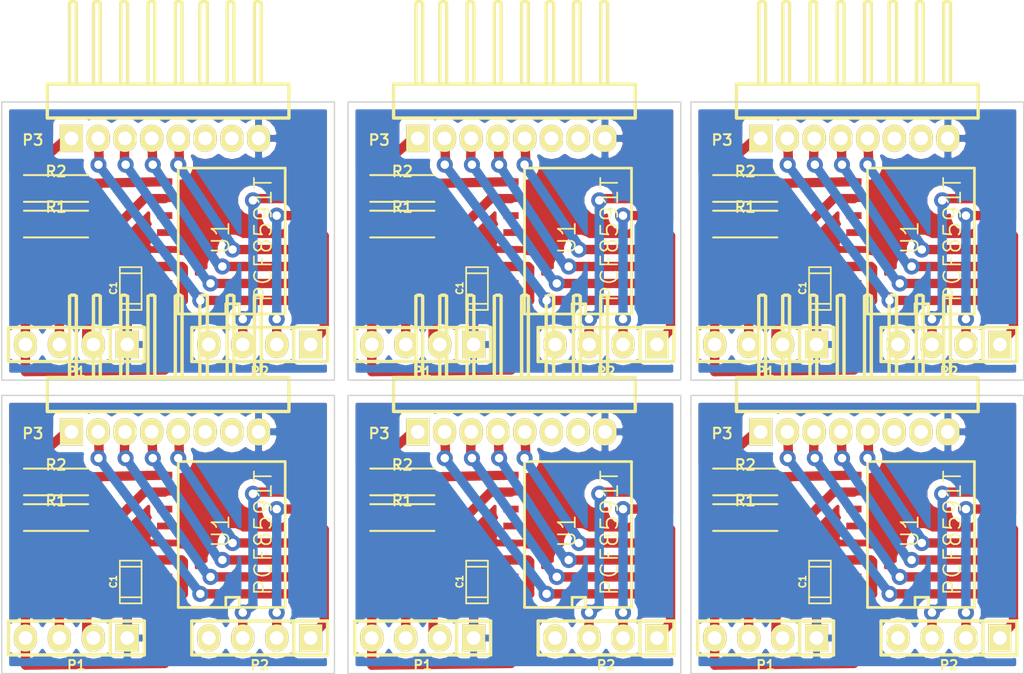
<source format=kicad_pcb>
(kicad_pcb (version 4) (host pcbnew "(2014-08-22 BZR 5089)-product")
  (title_block (title "CogleSlave PCF8591T"))
  (layers (0 F.Cu signal) (31 B.Cu signal) (34 B.Paste user) (35 F.Paste user) (36 B.SilkS user) (37 F.SilkS user) (38 B.Mask user) (39 F.Mask user) (44 Edge.Cuts user))
  (net 0 "")
  (net 1 +5V)
  (net 2 GND)
  (net 3 /SDA)
  (net 4 /SCL)
  (net 5 /A0)
  (net 6 /A1)
  (net 7 /A2)
  (net 8 /AIN0)
  (net 9 /AIN1)
  (net 10 /AIN2)
  (net 11 /AIN3)
  (module SMD_Packages:SO-16-W (layer F.Cu) (at 206.756 63.5 90)
    (fp_text reference U1 (at 0.254 -0.889 90) (layer F.SilkS) (effects (font (size 1.27 1.27) (thickness 0.127))))
    (fp_text value PCF8591T (at 0.127 2.286 90) (layer F.SilkS) (effects (font (size 1.27 1.27) (thickness 0.127))))
    (pad 1 smd rect (at -4.445 5.08 90) (size 0.508 1.143) (layers F.Cu F.Paste F.Mask) (net 8 /AIN0))
    (pad 2 smd rect (at -3.175 5.08 90) (size 0.508 1.143) (layers F.Cu F.Paste F.Mask) (net 9 /AIN1))
    (pad 3 smd rect (at -1.905 5.08 90) (size 0.508 1.143) (layers F.Cu F.Paste F.Mask) (net 10 /AIN2))
    (pad 4 smd rect (at -0.635 5.08 90) (size 0.508 1.143) (layers F.Cu F.Paste F.Mask) (net 11 /AIN3))
    (pad 5 smd rect (at 0.635 5.08 90) (size 0.508 1.143) (layers F.Cu F.Paste F.Mask) (net 5 /A0))
    (pad 6 smd rect (at 1.905 5.08 90) (size 0.508 1.143) (layers F.Cu F.Paste F.Mask) (net 6 /A1))
    (pad 7 smd rect (at 3.175 5.08 90) (size 0.508 1.143) (layers F.Cu F.Paste F.Mask) (net 7 /A2))
    (pad 8 smd rect (at 4.445 5.08 90) (size 0.508 1.143) (layers F.Cu F.Paste F.Mask) (net 2 GND))
    (pad 9 smd rect (at 4.445 -5.08 90) (size 0.508 1.143) (layers F.Cu F.Paste F.Mask) (net 3 /SDA))
    (pad 10 smd rect (at 3.175 -5.08 90) (size 0.508 1.143) (layers F.Cu F.Paste F.Mask) (net 4 /SCL))
    (pad 11 smd rect (at 1.905 -5.08 90) (size 0.508 1.143) (layers F.Cu F.Paste F.Mask))
    (pad 12 smd rect (at 0.635 -5.08 90) (size 0.508 1.143) (layers F.Cu F.Paste F.Mask))
    (pad 13 smd rect (at -0.635 -5.08 90) (size 0.508 1.143) (layers F.Cu F.Paste F.Mask) (net 2 GND))
    (pad 14 smd rect (at -1.905 -5.08 90) (size 0.508 1.143) (layers F.Cu F.Paste F.Mask) (net 1 +5V))
    (pad 15 smd rect (at -3.175 -5.08 90) (size 0.508 1.143) (layers F.Cu F.Paste F.Mask))
    (pad 16 smd rect (at -4.445 -5.08 90) (size 0.508 1.143) (layers F.Cu F.Paste F.Mask) (net 1 +5V))
  )
  (module Resistors_SMD:R_1206_HandSoldering (layer F.Cu) (at 193.548 59.563)
    (fp_text reference R2 (at 0 -1.27) (layer F.SilkS) (effects (font (size 0.8 0.8))))
    (fp_text value 10k hide)
    (pad 1 smd rect (at -2.30124 0) (size 2.30124 1.39954) (layers F.Cu F.Paste F.Mask) (net 1 +5V))
    (pad 2 smd rect (at 2.30124 0) (size 2.30124 1.39954) (layers F.Cu F.Paste F.Mask) (net 3 /SDA))
  )
  (module Resistors_SMD:R_1206_HandSoldering (layer F.Cu) (at 193.548 62.23)
    (fp_text reference R1 (at 0 -1.27) (layer F.SilkS) (effects (font (size 0.8 0.8))))
    (fp_text value 10k hide)
    (pad 1 smd rect (at -2.30124 0) (size 2.30124 1.39954) (layers F.Cu F.Paste F.Mask) (net 1 +5V))
    (pad 2 smd rect (at 2.30124 0) (size 2.30124 1.39954) (layers F.Cu F.Paste F.Mask) (net 4 /SCL))
  )
  (module Pin_Headers:Pin_Header_Straight_1x04 (layer F.Cu) (at 208.788 71.247 180)
    (fp_text reference P2 (at 0 -2.032 180) (layer F.SilkS) (effects (font (size 0.7 0.7))))
    (fp_text value CONN_01X04 hide)
    (pad 1 thru_hole rect (at -3.81 0 180) (size 1.7272 2.032) (drill 1.016) (layers *.Cu *.Mask F.SilkS) (net 5 /A0))
    (pad 2 thru_hole oval (at -1.27 0 180) (size 1.7272 2.032) (drill 1.016) (layers *.Cu *.Mask F.SilkS) (net 6 /A1))
    (pad 3 thru_hole oval (at 1.27 0 180) (size 1.7272 2.032) (drill 1.016) (layers *.Cu *.Mask F.SilkS) (net 7 /A2))
    (pad 4 thru_hole oval (at 3.81 0 180) (size 1.7272 2.032) (drill 1.016) (layers *.Cu *.Mask F.SilkS))
  )
  (module Pin_Headers:Pin_Header_Straight_1x04 (layer F.Cu) (at 195.072 71.247 180)
    (fp_text reference P1 (at 0 -2.032 180) (layer F.SilkS) (effects (font (size 0.7 0.7))))
    (fp_text value CONN_01X04 hide)
    (pad 1 thru_hole rect (at -3.81 0 180) (size 1.7272 2.032) (drill 1.016) (layers *.Cu *.Mask F.SilkS) (net 2 GND))
    (pad 2 thru_hole oval (at -1.27 0 180) (size 1.7272 2.032) (drill 1.016) (layers *.Cu *.Mask F.SilkS) (net 4 /SCL))
    (pad 3 thru_hole oval (at 1.27 0 180) (size 1.7272 2.032) (drill 1.016) (layers *.Cu *.Mask F.SilkS) (net 3 /SDA))
    (pad 4 thru_hole oval (at 3.81 0 180) (size 1.7272 2.032) (drill 1.016) (layers *.Cu *.Mask F.SilkS) (net 1 +5V))
  )
  (module Capacitors_SMD:c_1206 (layer F.Cu) (at 199.136 67.056 90)
    (fp_text reference C1 (at 0.0254 -1.2954 90) (layer F.SilkS) (effects (font (size 0.50038 0.50038) (thickness 0.11938))))
    (fp_text value 10μF hide)
    (pad 1 smd rect (at 1.397 0 90) (size 1.6002 1.8034) (layers F.Cu F.Paste F.Mask) (net 1 +5V))
    (pad 2 smd rect (at -1.397 0 90) (size 1.6002 1.8034) (layers F.Cu F.Paste F.Mask) (net 2 GND))
  )
  (module Pin_Headers:Pin_Header_Angled_1x08 (layer F.Cu) (at 200.704 55.814)
    (fp_text reference P3 (at -8.89 0.127) (layer F.SilkS) (effects (font (size 0.8 0.8))))
    (fp_text value CONN_01X08 hide)
    (pad 1 thru_hole rect (at -6 0) (size 1.7272 2.032) (drill 1.016) (layers *.Cu *.Mask F.SilkS) (net 1 +5V))
    (pad 2 thru_hole oval (at -4 0) (size 1.7272 2.032) (drill 1.016) (layers *.Cu *.Mask F.SilkS) (net 8 /AIN0))
    (pad 3 thru_hole oval (at -2 0) (size 1.7272 2.032) (drill 1.016) (layers *.Cu *.Mask F.SilkS) (net 9 /AIN1))
    (pad 4 thru_hole oval (at 0 0) (size 1.7272 2.032) (drill 1.016) (layers *.Cu *.Mask F.SilkS) (net 10 /AIN2))
    (pad 5 thru_hole oval (at 2 0) (size 1.7272 2.032) (drill 1.016) (layers *.Cu *.Mask F.SilkS) (net 11 /AIN3))
    (pad 6 thru_hole oval (at 4 0) (size 1.7272 2.032) (drill 1.016) (layers *.Cu *.Mask F.SilkS))
    (pad 7 thru_hole oval (at 6 0) (size 1.7272 2.032) (drill 1.016) (layers *.Cu *.Mask F.SilkS))
    (pad 8 thru_hole oval (at 8 0) (size 1.7272 2.032) (drill 1.016) (layers *.Cu *.Mask F.SilkS) (net 2 GND))
  )
  (module Pin_Headers:Pin_Header_Angled_1x08 (layer F.Cu) (at 226.612 55.814)
    (fp_text reference P3 (at -8.89 0.127) (layer F.SilkS) (effects (font (size 0.8 0.8))))
    (fp_text value CONN_01X08 hide)
    (pad 1 thru_hole rect (at -6 0) (size 1.7272 2.032) (drill 1.016) (layers *.Cu *.Mask F.SilkS) (net 1 +5V))
    (pad 2 thru_hole oval (at -4 0) (size 1.7272 2.032) (drill 1.016) (layers *.Cu *.Mask F.SilkS) (net 8 /AIN0))
    (pad 3 thru_hole oval (at -2 0) (size 1.7272 2.032) (drill 1.016) (layers *.Cu *.Mask F.SilkS) (net 9 /AIN1))
    (pad 4 thru_hole oval (at 0 0) (size 1.7272 2.032) (drill 1.016) (layers *.Cu *.Mask F.SilkS) (net 10 /AIN2))
    (pad 5 thru_hole oval (at 2 0) (size 1.7272 2.032) (drill 1.016) (layers *.Cu *.Mask F.SilkS) (net 11 /AIN3))
    (pad 6 thru_hole oval (at 4 0) (size 1.7272 2.032) (drill 1.016) (layers *.Cu *.Mask F.SilkS))
    (pad 7 thru_hole oval (at 6 0) (size 1.7272 2.032) (drill 1.016) (layers *.Cu *.Mask F.SilkS))
    (pad 8 thru_hole oval (at 8 0) (size 1.7272 2.032) (drill 1.016) (layers *.Cu *.Mask F.SilkS) (net 2 GND))
  )
  (module Capacitors_SMD:c_1206 (layer F.Cu) (at 225.044 67.056 90)
    (fp_text reference C1 (at 0.0254 -1.2954 90) (layer F.SilkS) (effects (font (size 0.50038 0.50038) (thickness 0.11938))))
    (fp_text value 10μF hide)
    (pad 1 smd rect (at 1.397 0 90) (size 1.6002 1.8034) (layers F.Cu F.Paste F.Mask) (net 1 +5V))
    (pad 2 smd rect (at -1.397 0 90) (size 1.6002 1.8034) (layers F.Cu F.Paste F.Mask) (net 2 GND))
  )
  (module Pin_Headers:Pin_Header_Straight_1x04 (layer F.Cu) (at 220.98 71.247 180)
    (fp_text reference P1 (at 0 -2.032 180) (layer F.SilkS) (effects (font (size 0.7 0.7))))
    (fp_text value CONN_01X04 hide)
    (pad 1 thru_hole rect (at -3.81 0 180) (size 1.7272 2.032) (drill 1.016) (layers *.Cu *.Mask F.SilkS) (net 2 GND))
    (pad 2 thru_hole oval (at -1.27 0 180) (size 1.7272 2.032) (drill 1.016) (layers *.Cu *.Mask F.SilkS) (net 4 /SCL))
    (pad 3 thru_hole oval (at 1.27 0 180) (size 1.7272 2.032) (drill 1.016) (layers *.Cu *.Mask F.SilkS) (net 3 /SDA))
    (pad 4 thru_hole oval (at 3.81 0 180) (size 1.7272 2.032) (drill 1.016) (layers *.Cu *.Mask F.SilkS) (net 1 +5V))
  )
  (module Pin_Headers:Pin_Header_Straight_1x04 (layer F.Cu) (at 234.696 71.247 180)
    (fp_text reference P2 (at 0 -2.032 180) (layer F.SilkS) (effects (font (size 0.7 0.7))))
    (fp_text value CONN_01X04 hide)
    (pad 1 thru_hole rect (at -3.81 0 180) (size 1.7272 2.032) (drill 1.016) (layers *.Cu *.Mask F.SilkS) (net 5 /A0))
    (pad 2 thru_hole oval (at -1.27 0 180) (size 1.7272 2.032) (drill 1.016) (layers *.Cu *.Mask F.SilkS) (net 6 /A1))
    (pad 3 thru_hole oval (at 1.27 0 180) (size 1.7272 2.032) (drill 1.016) (layers *.Cu *.Mask F.SilkS) (net 7 /A2))
    (pad 4 thru_hole oval (at 3.81 0 180) (size 1.7272 2.032) (drill 1.016) (layers *.Cu *.Mask F.SilkS))
  )
  (module Resistors_SMD:R_1206_HandSoldering (layer F.Cu) (at 219.456 62.23)
    (fp_text reference R1 (at 0 -1.27) (layer F.SilkS) (effects (font (size 0.8 0.8))))
    (fp_text value 10k hide)
    (pad 1 smd rect (at -2.30124 0) (size 2.30124 1.39954) (layers F.Cu F.Paste F.Mask) (net 1 +5V))
    (pad 2 smd rect (at 2.30124 0) (size 2.30124 1.39954) (layers F.Cu F.Paste F.Mask) (net 4 /SCL))
  )
  (module Resistors_SMD:R_1206_HandSoldering (layer F.Cu) (at 219.456 59.563)
    (fp_text reference R2 (at 0 -1.27) (layer F.SilkS) (effects (font (size 0.8 0.8))))
    (fp_text value 10k hide)
    (pad 1 smd rect (at -2.30124 0) (size 2.30124 1.39954) (layers F.Cu F.Paste F.Mask) (net 1 +5V))
    (pad 2 smd rect (at 2.30124 0) (size 2.30124 1.39954) (layers F.Cu F.Paste F.Mask) (net 3 /SDA))
  )
  (module SMD_Packages:SO-16-W (layer F.Cu) (at 232.664 63.5 90)
    (fp_text reference U1 (at 0.254 -0.889 90) (layer F.SilkS) (effects (font (size 1.27 1.27) (thickness 0.127))))
    (fp_text value PCF8591T (at 0.127 2.286 90) (layer F.SilkS) (effects (font (size 1.27 1.27) (thickness 0.127))))
    (pad 1 smd rect (at -4.445 5.08 90) (size 0.508 1.143) (layers F.Cu F.Paste F.Mask) (net 8 /AIN0))
    (pad 2 smd rect (at -3.175 5.08 90) (size 0.508 1.143) (layers F.Cu F.Paste F.Mask) (net 9 /AIN1))
    (pad 3 smd rect (at -1.905 5.08 90) (size 0.508 1.143) (layers F.Cu F.Paste F.Mask) (net 10 /AIN2))
    (pad 4 smd rect (at -0.635 5.08 90) (size 0.508 1.143) (layers F.Cu F.Paste F.Mask) (net 11 /AIN3))
    (pad 5 smd rect (at 0.635 5.08 90) (size 0.508 1.143) (layers F.Cu F.Paste F.Mask) (net 5 /A0))
    (pad 6 smd rect (at 1.905 5.08 90) (size 0.508 1.143) (layers F.Cu F.Paste F.Mask) (net 6 /A1))
    (pad 7 smd rect (at 3.175 5.08 90) (size 0.508 1.143) (layers F.Cu F.Paste F.Mask) (net 7 /A2))
    (pad 8 smd rect (at 4.445 5.08 90) (size 0.508 1.143) (layers F.Cu F.Paste F.Mask) (net 2 GND))
    (pad 9 smd rect (at 4.445 -5.08 90) (size 0.508 1.143) (layers F.Cu F.Paste F.Mask) (net 3 /SDA))
    (pad 10 smd rect (at 3.175 -5.08 90) (size 0.508 1.143) (layers F.Cu F.Paste F.Mask) (net 4 /SCL))
    (pad 11 smd rect (at 1.905 -5.08 90) (size 0.508 1.143) (layers F.Cu F.Paste F.Mask))
    (pad 12 smd rect (at 0.635 -5.08 90) (size 0.508 1.143) (layers F.Cu F.Paste F.Mask))
    (pad 13 smd rect (at -0.635 -5.08 90) (size 0.508 1.143) (layers F.Cu F.Paste F.Mask) (net 2 GND))
    (pad 14 smd rect (at -1.905 -5.08 90) (size 0.508 1.143) (layers F.Cu F.Paste F.Mask) (net 1 +5V))
    (pad 15 smd rect (at -3.175 -5.08 90) (size 0.508 1.143) (layers F.Cu F.Paste F.Mask))
    (pad 16 smd rect (at -4.445 -5.08 90) (size 0.508 1.143) (layers F.Cu F.Paste F.Mask) (net 1 +5V))
  )
  (module SMD_Packages:SO-16-W (layer F.Cu) (at 258.318 63.5 90)
    (fp_text reference U1 (at 0.254 -0.889 90) (layer F.SilkS) (effects (font (size 1.27 1.27) (thickness 0.127))))
    (fp_text value PCF8591T (at 0.127 2.286 90) (layer F.SilkS) (effects (font (size 1.27 1.27) (thickness 0.127))))
    (pad 1 smd rect (at -4.445 5.08 90) (size 0.508 1.143) (layers F.Cu F.Paste F.Mask) (net 8 /AIN0))
    (pad 2 smd rect (at -3.175 5.08 90) (size 0.508 1.143) (layers F.Cu F.Paste F.Mask) (net 9 /AIN1))
    (pad 3 smd rect (at -1.905 5.08 90) (size 0.508 1.143) (layers F.Cu F.Paste F.Mask) (net 10 /AIN2))
    (pad 4 smd rect (at -0.635 5.08 90) (size 0.508 1.143) (layers F.Cu F.Paste F.Mask) (net 11 /AIN3))
    (pad 5 smd rect (at 0.635 5.08 90) (size 0.508 1.143) (layers F.Cu F.Paste F.Mask) (net 5 /A0))
    (pad 6 smd rect (at 1.905 5.08 90) (size 0.508 1.143) (layers F.Cu F.Paste F.Mask) (net 6 /A1))
    (pad 7 smd rect (at 3.175 5.08 90) (size 0.508 1.143) (layers F.Cu F.Paste F.Mask) (net 7 /A2))
    (pad 8 smd rect (at 4.445 5.08 90) (size 0.508 1.143) (layers F.Cu F.Paste F.Mask) (net 2 GND))
    (pad 9 smd rect (at 4.445 -5.08 90) (size 0.508 1.143) (layers F.Cu F.Paste F.Mask) (net 3 /SDA))
    (pad 10 smd rect (at 3.175 -5.08 90) (size 0.508 1.143) (layers F.Cu F.Paste F.Mask) (net 4 /SCL))
    (pad 11 smd rect (at 1.905 -5.08 90) (size 0.508 1.143) (layers F.Cu F.Paste F.Mask))
    (pad 12 smd rect (at 0.635 -5.08 90) (size 0.508 1.143) (layers F.Cu F.Paste F.Mask))
    (pad 13 smd rect (at -0.635 -5.08 90) (size 0.508 1.143) (layers F.Cu F.Paste F.Mask) (net 2 GND))
    (pad 14 smd rect (at -1.905 -5.08 90) (size 0.508 1.143) (layers F.Cu F.Paste F.Mask) (net 1 +5V))
    (pad 15 smd rect (at -3.175 -5.08 90) (size 0.508 1.143) (layers F.Cu F.Paste F.Mask))
    (pad 16 smd rect (at -4.445 -5.08 90) (size 0.508 1.143) (layers F.Cu F.Paste F.Mask) (net 1 +5V))
  )
  (module Resistors_SMD:R_1206_HandSoldering (layer F.Cu) (at 245.11 59.563)
    (fp_text reference R2 (at 0 -1.27) (layer F.SilkS) (effects (font (size 0.8 0.8))))
    (fp_text value 10k hide)
    (pad 1 smd rect (at -2.30124 0) (size 2.30124 1.39954) (layers F.Cu F.Paste F.Mask) (net 1 +5V))
    (pad 2 smd rect (at 2.30124 0) (size 2.30124 1.39954) (layers F.Cu F.Paste F.Mask) (net 3 /SDA))
  )
  (module Resistors_SMD:R_1206_HandSoldering (layer F.Cu) (at 245.11 62.23)
    (fp_text reference R1 (at 0 -1.27) (layer F.SilkS) (effects (font (size 0.8 0.8))))
    (fp_text value 10k hide)
    (pad 1 smd rect (at -2.30124 0) (size 2.30124 1.39954) (layers F.Cu F.Paste F.Mask) (net 1 +5V))
    (pad 2 smd rect (at 2.30124 0) (size 2.30124 1.39954) (layers F.Cu F.Paste F.Mask) (net 4 /SCL))
  )
  (module Pin_Headers:Pin_Header_Straight_1x04 (layer F.Cu) (at 260.35 71.247 180)
    (fp_text reference P2 (at 0 -2.032 180) (layer F.SilkS) (effects (font (size 0.7 0.7))))
    (fp_text value CONN_01X04 hide)
    (pad 1 thru_hole rect (at -3.81 0 180) (size 1.7272 2.032) (drill 1.016) (layers *.Cu *.Mask F.SilkS) (net 5 /A0))
    (pad 2 thru_hole oval (at -1.27 0 180) (size 1.7272 2.032) (drill 1.016) (layers *.Cu *.Mask F.SilkS) (net 6 /A1))
    (pad 3 thru_hole oval (at 1.27 0 180) (size 1.7272 2.032) (drill 1.016) (layers *.Cu *.Mask F.SilkS) (net 7 /A2))
    (pad 4 thru_hole oval (at 3.81 0 180) (size 1.7272 2.032) (drill 1.016) (layers *.Cu *.Mask F.SilkS))
  )
  (module Pin_Headers:Pin_Header_Straight_1x04 (layer F.Cu) (at 246.634 71.247 180)
    (fp_text reference P1 (at 0 -2.032 180) (layer F.SilkS) (effects (font (size 0.7 0.7))))
    (fp_text value CONN_01X04 hide)
    (pad 1 thru_hole rect (at -3.81 0 180) (size 1.7272 2.032) (drill 1.016) (layers *.Cu *.Mask F.SilkS) (net 2 GND))
    (pad 2 thru_hole oval (at -1.27 0 180) (size 1.7272 2.032) (drill 1.016) (layers *.Cu *.Mask F.SilkS) (net 4 /SCL))
    (pad 3 thru_hole oval (at 1.27 0 180) (size 1.7272 2.032) (drill 1.016) (layers *.Cu *.Mask F.SilkS) (net 3 /SDA))
    (pad 4 thru_hole oval (at 3.81 0 180) (size 1.7272 2.032) (drill 1.016) (layers *.Cu *.Mask F.SilkS) (net 1 +5V))
  )
  (module Capacitors_SMD:c_1206 (layer F.Cu) (at 250.698 67.056 90)
    (fp_text reference C1 (at 0.0254 -1.2954 90) (layer F.SilkS) (effects (font (size 0.50038 0.50038) (thickness 0.11938))))
    (fp_text value 10μF hide)
    (pad 1 smd rect (at 1.397 0 90) (size 1.6002 1.8034) (layers F.Cu F.Paste F.Mask) (net 1 +5V))
    (pad 2 smd rect (at -1.397 0 90) (size 1.6002 1.8034) (layers F.Cu F.Paste F.Mask) (net 2 GND))
  )
  (module Pin_Headers:Pin_Header_Angled_1x08 (layer F.Cu) (at 252.266 55.814)
    (fp_text reference P3 (at -8.89 0.127) (layer F.SilkS) (effects (font (size 0.8 0.8))))
    (fp_text value CONN_01X08 hide)
    (pad 1 thru_hole rect (at -6 0) (size 1.7272 2.032) (drill 1.016) (layers *.Cu *.Mask F.SilkS) (net 1 +5V))
    (pad 2 thru_hole oval (at -4 0) (size 1.7272 2.032) (drill 1.016) (layers *.Cu *.Mask F.SilkS) (net 8 /AIN0))
    (pad 3 thru_hole oval (at -2 0) (size 1.7272 2.032) (drill 1.016) (layers *.Cu *.Mask F.SilkS) (net 9 /AIN1))
    (pad 4 thru_hole oval (at 0 0) (size 1.7272 2.032) (drill 1.016) (layers *.Cu *.Mask F.SilkS) (net 10 /AIN2))
    (pad 5 thru_hole oval (at 2 0) (size 1.7272 2.032) (drill 1.016) (layers *.Cu *.Mask F.SilkS) (net 11 /AIN3))
    (pad 6 thru_hole oval (at 4 0) (size 1.7272 2.032) (drill 1.016) (layers *.Cu *.Mask F.SilkS))
    (pad 7 thru_hole oval (at 6 0) (size 1.7272 2.032) (drill 1.016) (layers *.Cu *.Mask F.SilkS))
    (pad 8 thru_hole oval (at 8 0) (size 1.7272 2.032) (drill 1.016) (layers *.Cu *.Mask F.SilkS) (net 2 GND))
  )
  (module Pin_Headers:Pin_Header_Angled_1x08 (layer F.Cu) (at 252.266 33.843)
    (fp_text reference P3 (at -8.89 0.127) (layer F.SilkS) (effects (font (size 0.8 0.8))))
    (fp_text value CONN_01X08 hide)
    (pad 1 thru_hole rect (at -6 0) (size 1.7272 2.032) (drill 1.016) (layers *.Cu *.Mask F.SilkS) (net 1 +5V))
    (pad 2 thru_hole oval (at -4 0) (size 1.7272 2.032) (drill 1.016) (layers *.Cu *.Mask F.SilkS) (net 8 /AIN0))
    (pad 3 thru_hole oval (at -2 0) (size 1.7272 2.032) (drill 1.016) (layers *.Cu *.Mask F.SilkS) (net 9 /AIN1))
    (pad 4 thru_hole oval (at 0 0) (size 1.7272 2.032) (drill 1.016) (layers *.Cu *.Mask F.SilkS) (net 10 /AIN2))
    (pad 5 thru_hole oval (at 2 0) (size 1.7272 2.032) (drill 1.016) (layers *.Cu *.Mask F.SilkS) (net 11 /AIN3))
    (pad 6 thru_hole oval (at 4 0) (size 1.7272 2.032) (drill 1.016) (layers *.Cu *.Mask F.SilkS))
    (pad 7 thru_hole oval (at 6 0) (size 1.7272 2.032) (drill 1.016) (layers *.Cu *.Mask F.SilkS))
    (pad 8 thru_hole oval (at 8 0) (size 1.7272 2.032) (drill 1.016) (layers *.Cu *.Mask F.SilkS) (net 2 GND))
  )
  (module Capacitors_SMD:c_1206 (layer F.Cu) (at 250.698 45.085 90)
    (fp_text reference C1 (at 0.0254 -1.2954 90) (layer F.SilkS) (effects (font (size 0.50038 0.50038) (thickness 0.11938))))
    (fp_text value 10μF hide)
    (pad 1 smd rect (at 1.397 0 90) (size 1.6002 1.8034) (layers F.Cu F.Paste F.Mask) (net 1 +5V))
    (pad 2 smd rect (at -1.397 0 90) (size 1.6002 1.8034) (layers F.Cu F.Paste F.Mask) (net 2 GND))
  )
  (module Pin_Headers:Pin_Header_Straight_1x04 (layer F.Cu) (at 246.634 49.276 180)
    (fp_text reference P1 (at 0 -2.032 180) (layer F.SilkS) (effects (font (size 0.7 0.7))))
    (fp_text value CONN_01X04 hide)
    (pad 1 thru_hole rect (at -3.81 0 180) (size 1.7272 2.032) (drill 1.016) (layers *.Cu *.Mask F.SilkS) (net 2 GND))
    (pad 2 thru_hole oval (at -1.27 0 180) (size 1.7272 2.032) (drill 1.016) (layers *.Cu *.Mask F.SilkS) (net 4 /SCL))
    (pad 3 thru_hole oval (at 1.27 0 180) (size 1.7272 2.032) (drill 1.016) (layers *.Cu *.Mask F.SilkS) (net 3 /SDA))
    (pad 4 thru_hole oval (at 3.81 0 180) (size 1.7272 2.032) (drill 1.016) (layers *.Cu *.Mask F.SilkS) (net 1 +5V))
  )
  (module Pin_Headers:Pin_Header_Straight_1x04 (layer F.Cu) (at 260.35 49.276 180)
    (fp_text reference P2 (at 0 -2.032 180) (layer F.SilkS) (effects (font (size 0.7 0.7))))
    (fp_text value CONN_01X04 hide)
    (pad 1 thru_hole rect (at -3.81 0 180) (size 1.7272 2.032) (drill 1.016) (layers *.Cu *.Mask F.SilkS) (net 5 /A0))
    (pad 2 thru_hole oval (at -1.27 0 180) (size 1.7272 2.032) (drill 1.016) (layers *.Cu *.Mask F.SilkS) (net 6 /A1))
    (pad 3 thru_hole oval (at 1.27 0 180) (size 1.7272 2.032) (drill 1.016) (layers *.Cu *.Mask F.SilkS) (net 7 /A2))
    (pad 4 thru_hole oval (at 3.81 0 180) (size 1.7272 2.032) (drill 1.016) (layers *.Cu *.Mask F.SilkS))
  )
  (module Resistors_SMD:R_1206_HandSoldering (layer F.Cu) (at 245.11 40.259)
    (fp_text reference R1 (at 0 -1.27) (layer F.SilkS) (effects (font (size 0.8 0.8))))
    (fp_text value 10k hide)
    (pad 1 smd rect (at -2.30124 0) (size 2.30124 1.39954) (layers F.Cu F.Paste F.Mask) (net 1 +5V))
    (pad 2 smd rect (at 2.30124 0) (size 2.30124 1.39954) (layers F.Cu F.Paste F.Mask) (net 4 /SCL))
  )
  (module Resistors_SMD:R_1206_HandSoldering (layer F.Cu) (at 245.11 37.592)
    (fp_text reference R2 (at 0 -1.27) (layer F.SilkS) (effects (font (size 0.8 0.8))))
    (fp_text value 10k hide)
    (pad 1 smd rect (at -2.30124 0) (size 2.30124 1.39954) (layers F.Cu F.Paste F.Mask) (net 1 +5V))
    (pad 2 smd rect (at 2.30124 0) (size 2.30124 1.39954) (layers F.Cu F.Paste F.Mask) (net 3 /SDA))
  )
  (module SMD_Packages:SO-16-W (layer F.Cu) (at 258.318 41.529 90)
    (fp_text reference U1 (at 0.254 -0.889 90) (layer F.SilkS) (effects (font (size 1.27 1.27) (thickness 0.127))))
    (fp_text value PCF8591T (at 0.127 2.286 90) (layer F.SilkS) (effects (font (size 1.27 1.27) (thickness 0.127))))
    (pad 1 smd rect (at -4.445 5.08 90) (size 0.508 1.143) (layers F.Cu F.Paste F.Mask) (net 8 /AIN0))
    (pad 2 smd rect (at -3.175 5.08 90) (size 0.508 1.143) (layers F.Cu F.Paste F.Mask) (net 9 /AIN1))
    (pad 3 smd rect (at -1.905 5.08 90) (size 0.508 1.143) (layers F.Cu F.Paste F.Mask) (net 10 /AIN2))
    (pad 4 smd rect (at -0.635 5.08 90) (size 0.508 1.143) (layers F.Cu F.Paste F.Mask) (net 11 /AIN3))
    (pad 5 smd rect (at 0.635 5.08 90) (size 0.508 1.143) (layers F.Cu F.Paste F.Mask) (net 5 /A0))
    (pad 6 smd rect (at 1.905 5.08 90) (size 0.508 1.143) (layers F.Cu F.Paste F.Mask) (net 6 /A1))
    (pad 7 smd rect (at 3.175 5.08 90) (size 0.508 1.143) (layers F.Cu F.Paste F.Mask) (net 7 /A2))
    (pad 8 smd rect (at 4.445 5.08 90) (size 0.508 1.143) (layers F.Cu F.Paste F.Mask) (net 2 GND))
    (pad 9 smd rect (at 4.445 -5.08 90) (size 0.508 1.143) (layers F.Cu F.Paste F.Mask) (net 3 /SDA))
    (pad 10 smd rect (at 3.175 -5.08 90) (size 0.508 1.143) (layers F.Cu F.Paste F.Mask) (net 4 /SCL))
    (pad 11 smd rect (at 1.905 -5.08 90) (size 0.508 1.143) (layers F.Cu F.Paste F.Mask))
    (pad 12 smd rect (at 0.635 -5.08 90) (size 0.508 1.143) (layers F.Cu F.Paste F.Mask))
    (pad 13 smd rect (at -0.635 -5.08 90) (size 0.508 1.143) (layers F.Cu F.Paste F.Mask) (net 2 GND))
    (pad 14 smd rect (at -1.905 -5.08 90) (size 0.508 1.143) (layers F.Cu F.Paste F.Mask) (net 1 +5V))
    (pad 15 smd rect (at -3.175 -5.08 90) (size 0.508 1.143) (layers F.Cu F.Paste F.Mask))
    (pad 16 smd rect (at -4.445 -5.08 90) (size 0.508 1.143) (layers F.Cu F.Paste F.Mask) (net 1 +5V))
  )
  (module SMD_Packages:SO-16-W (layer F.Cu) (at 232.664 41.529 90)
    (fp_text reference U1 (at 0.254 -0.889 90) (layer F.SilkS) (effects (font (size 1.27 1.27) (thickness 0.127))))
    (fp_text value PCF8591T (at 0.127 2.286 90) (layer F.SilkS) (effects (font (size 1.27 1.27) (thickness 0.127))))
    (pad 1 smd rect (at -4.445 5.08 90) (size 0.508 1.143) (layers F.Cu F.Paste F.Mask) (net 8 /AIN0))
    (pad 2 smd rect (at -3.175 5.08 90) (size 0.508 1.143) (layers F.Cu F.Paste F.Mask) (net 9 /AIN1))
    (pad 3 smd rect (at -1.905 5.08 90) (size 0.508 1.143) (layers F.Cu F.Paste F.Mask) (net 10 /AIN2))
    (pad 4 smd rect (at -0.635 5.08 90) (size 0.508 1.143) (layers F.Cu F.Paste F.Mask) (net 11 /AIN3))
    (pad 5 smd rect (at 0.635 5.08 90) (size 0.508 1.143) (layers F.Cu F.Paste F.Mask) (net 5 /A0))
    (pad 6 smd rect (at 1.905 5.08 90) (size 0.508 1.143) (layers F.Cu F.Paste F.Mask) (net 6 /A1))
    (pad 7 smd rect (at 3.175 5.08 90) (size 0.508 1.143) (layers F.Cu F.Paste F.Mask) (net 7 /A2))
    (pad 8 smd rect (at 4.445 5.08 90) (size 0.508 1.143) (layers F.Cu F.Paste F.Mask) (net 2 GND))
    (pad 9 smd rect (at 4.445 -5.08 90) (size 0.508 1.143) (layers F.Cu F.Paste F.Mask) (net 3 /SDA))
    (pad 10 smd rect (at 3.175 -5.08 90) (size 0.508 1.143) (layers F.Cu F.Paste F.Mask) (net 4 /SCL))
    (pad 11 smd rect (at 1.905 -5.08 90) (size 0.508 1.143) (layers F.Cu F.Paste F.Mask))
    (pad 12 smd rect (at 0.635 -5.08 90) (size 0.508 1.143) (layers F.Cu F.Paste F.Mask))
    (pad 13 smd rect (at -0.635 -5.08 90) (size 0.508 1.143) (layers F.Cu F.Paste F.Mask) (net 2 GND))
    (pad 14 smd rect (at -1.905 -5.08 90) (size 0.508 1.143) (layers F.Cu F.Paste F.Mask) (net 1 +5V))
    (pad 15 smd rect (at -3.175 -5.08 90) (size 0.508 1.143) (layers F.Cu F.Paste F.Mask))
    (pad 16 smd rect (at -4.445 -5.08 90) (size 0.508 1.143) (layers F.Cu F.Paste F.Mask) (net 1 +5V))
  )
  (module Resistors_SMD:R_1206_HandSoldering (layer F.Cu) (at 219.456 37.592)
    (fp_text reference R2 (at 0 -1.27) (layer F.SilkS) (effects (font (size 0.8 0.8))))
    (fp_text value 10k hide)
    (pad 1 smd rect (at -2.30124 0) (size 2.30124 1.39954) (layers F.Cu F.Paste F.Mask) (net 1 +5V))
    (pad 2 smd rect (at 2.30124 0) (size 2.30124 1.39954) (layers F.Cu F.Paste F.Mask) (net 3 /SDA))
  )
  (module Resistors_SMD:R_1206_HandSoldering (layer F.Cu) (at 219.456 40.259)
    (fp_text reference R1 (at 0 -1.27) (layer F.SilkS) (effects (font (size 0.8 0.8))))
    (fp_text value 10k hide)
    (pad 1 smd rect (at -2.30124 0) (size 2.30124 1.39954) (layers F.Cu F.Paste F.Mask) (net 1 +5V))
    (pad 2 smd rect (at 2.30124 0) (size 2.30124 1.39954) (layers F.Cu F.Paste F.Mask) (net 4 /SCL))
  )
  (module Pin_Headers:Pin_Header_Straight_1x04 (layer F.Cu) (at 234.696 49.276 180)
    (fp_text reference P2 (at 0 -2.032 180) (layer F.SilkS) (effects (font (size 0.7 0.7))))
    (fp_text value CONN_01X04 hide)
    (pad 1 thru_hole rect (at -3.81 0 180) (size 1.7272 2.032) (drill 1.016) (layers *.Cu *.Mask F.SilkS) (net 5 /A0))
    (pad 2 thru_hole oval (at -1.27 0 180) (size 1.7272 2.032) (drill 1.016) (layers *.Cu *.Mask F.SilkS) (net 6 /A1))
    (pad 3 thru_hole oval (at 1.27 0 180) (size 1.7272 2.032) (drill 1.016) (layers *.Cu *.Mask F.SilkS) (net 7 /A2))
    (pad 4 thru_hole oval (at 3.81 0 180) (size 1.7272 2.032) (drill 1.016) (layers *.Cu *.Mask F.SilkS))
  )
  (module Pin_Headers:Pin_Header_Straight_1x04 (layer F.Cu) (at 220.98 49.276 180)
    (fp_text reference P1 (at 0 -2.032 180) (layer F.SilkS) (effects (font (size 0.7 0.7))))
    (fp_text value CONN_01X04 hide)
    (pad 1 thru_hole rect (at -3.81 0 180) (size 1.7272 2.032) (drill 1.016) (layers *.Cu *.Mask F.SilkS) (net 2 GND))
    (pad 2 thru_hole oval (at -1.27 0 180) (size 1.7272 2.032) (drill 1.016) (layers *.Cu *.Mask F.SilkS) (net 4 /SCL))
    (pad 3 thru_hole oval (at 1.27 0 180) (size 1.7272 2.032) (drill 1.016) (layers *.Cu *.Mask F.SilkS) (net 3 /SDA))
    (pad 4 thru_hole oval (at 3.81 0 180) (size 1.7272 2.032) (drill 1.016) (layers *.Cu *.Mask F.SilkS) (net 1 +5V))
  )
  (module Capacitors_SMD:c_1206 (layer F.Cu) (at 225.044 45.085 90)
    (fp_text reference C1 (at 0.0254 -1.2954 90) (layer F.SilkS) (effects (font (size 0.50038 0.50038) (thickness 0.11938))))
    (fp_text value 10μF hide)
    (pad 1 smd rect (at 1.397 0 90) (size 1.6002 1.8034) (layers F.Cu F.Paste F.Mask) (net 1 +5V))
    (pad 2 smd rect (at -1.397 0 90) (size 1.6002 1.8034) (layers F.Cu F.Paste F.Mask) (net 2 GND))
  )
  (module Pin_Headers:Pin_Header_Angled_1x08 (layer F.Cu) (at 226.612 33.843)
    (fp_text reference P3 (at -8.89 0.127) (layer F.SilkS) (effects (font (size 0.8 0.8))))
    (fp_text value CONN_01X08 hide)
    (pad 1 thru_hole rect (at -6 0) (size 1.7272 2.032) (drill 1.016) (layers *.Cu *.Mask F.SilkS) (net 1 +5V))
    (pad 2 thru_hole oval (at -4 0) (size 1.7272 2.032) (drill 1.016) (layers *.Cu *.Mask F.SilkS) (net 8 /AIN0))
    (pad 3 thru_hole oval (at -2 0) (size 1.7272 2.032) (drill 1.016) (layers *.Cu *.Mask F.SilkS) (net 9 /AIN1))
    (pad 4 thru_hole oval (at 0 0) (size 1.7272 2.032) (drill 1.016) (layers *.Cu *.Mask F.SilkS) (net 10 /AIN2))
    (pad 5 thru_hole oval (at 2 0) (size 1.7272 2.032) (drill 1.016) (layers *.Cu *.Mask F.SilkS) (net 11 /AIN3))
    (pad 6 thru_hole oval (at 4 0) (size 1.7272 2.032) (drill 1.016) (layers *.Cu *.Mask F.SilkS))
    (pad 7 thru_hole oval (at 6 0) (size 1.7272 2.032) (drill 1.016) (layers *.Cu *.Mask F.SilkS))
    (pad 8 thru_hole oval (at 8 0) (size 1.7272 2.032) (drill 1.016) (layers *.Cu *.Mask F.SilkS) (net 2 GND))
  )
  (module Pin_Headers:Pin_Header_Angled_1x08 (layer F.Cu) (at 200.704 33.843)
    (fp_text reference P3 (at -8.89 0.127) (layer F.SilkS) (effects (font (size 0.8 0.8))))
    (fp_text value CONN_01X08 hide)
    (pad 1 thru_hole rect (at -6 0) (size 1.7272 2.032) (drill 1.016) (layers *.Cu *.Mask F.SilkS) (net 1 +5V))
    (pad 2 thru_hole oval (at -4 0) (size 1.7272 2.032) (drill 1.016) (layers *.Cu *.Mask F.SilkS) (net 8 /AIN0))
    (pad 3 thru_hole oval (at -2 0) (size 1.7272 2.032) (drill 1.016) (layers *.Cu *.Mask F.SilkS) (net 9 /AIN1))
    (pad 4 thru_hole oval (at 0 0) (size 1.7272 2.032) (drill 1.016) (layers *.Cu *.Mask F.SilkS) (net 10 /AIN2))
    (pad 5 thru_hole oval (at 2 0) (size 1.7272 2.032) (drill 1.016) (layers *.Cu *.Mask F.SilkS) (net 11 /AIN3))
    (pad 6 thru_hole oval (at 4 0) (size 1.7272 2.032) (drill 1.016) (layers *.Cu *.Mask F.SilkS))
    (pad 7 thru_hole oval (at 6 0) (size 1.7272 2.032) (drill 1.016) (layers *.Cu *.Mask F.SilkS))
    (pad 8 thru_hole oval (at 8 0) (size 1.7272 2.032) (drill 1.016) (layers *.Cu *.Mask F.SilkS) (net 2 GND))
  )
  (module Capacitors_SMD:c_1206 (layer F.Cu) (at 199.136 45.085 90)
    (fp_text reference C1 (at 0.0254 -1.2954 90) (layer F.SilkS) (effects (font (size 0.50038 0.50038) (thickness 0.11938))))
    (fp_text value 10μF hide)
    (pad 1 smd rect (at 1.397 0 90) (size 1.6002 1.8034) (layers F.Cu F.Paste F.Mask) (net 1 +5V))
    (pad 2 smd rect (at -1.397 0 90) (size 1.6002 1.8034) (layers F.Cu F.Paste F.Mask) (net 2 GND))
  )
  (module Pin_Headers:Pin_Header_Straight_1x04 (layer F.Cu) (at 195.072 49.276 180)
    (fp_text reference P1 (at 0 -2.032 180) (layer F.SilkS) (effects (font (size 0.7 0.7))))
    (fp_text value CONN_01X04 hide)
    (pad 1 thru_hole rect (at -3.81 0 180) (size 1.7272 2.032) (drill 1.016) (layers *.Cu *.Mask F.SilkS) (net 2 GND))
    (pad 2 thru_hole oval (at -1.27 0 180) (size 1.7272 2.032) (drill 1.016) (layers *.Cu *.Mask F.SilkS) (net 4 /SCL))
    (pad 3 thru_hole oval (at 1.27 0 180) (size 1.7272 2.032) (drill 1.016) (layers *.Cu *.Mask F.SilkS) (net 3 /SDA))
    (pad 4 thru_hole oval (at 3.81 0 180) (size 1.7272 2.032) (drill 1.016) (layers *.Cu *.Mask F.SilkS) (net 1 +5V))
  )
  (module Pin_Headers:Pin_Header_Straight_1x04 (layer F.Cu) (at 208.788 49.276 180)
    (fp_text reference P2 (at 0 -2.032 180) (layer F.SilkS) (effects (font (size 0.7 0.7))))
    (fp_text value CONN_01X04 hide)
    (pad 1 thru_hole rect (at -3.81 0 180) (size 1.7272 2.032) (drill 1.016) (layers *.Cu *.Mask F.SilkS) (net 5 /A0))
    (pad 2 thru_hole oval (at -1.27 0 180) (size 1.7272 2.032) (drill 1.016) (layers *.Cu *.Mask F.SilkS) (net 6 /A1))
    (pad 3 thru_hole oval (at 1.27 0 180) (size 1.7272 2.032) (drill 1.016) (layers *.Cu *.Mask F.SilkS) (net 7 /A2))
    (pad 4 thru_hole oval (at 3.81 0 180) (size 1.7272 2.032) (drill 1.016) (layers *.Cu *.Mask F.SilkS))
  )
  (module Resistors_SMD:R_1206_HandSoldering (layer F.Cu) (at 193.548 40.259)
    (fp_text reference R1 (at 0 -1.27) (layer F.SilkS) (effects (font (size 0.8 0.8))))
    (fp_text value 10k hide)
    (pad 1 smd rect (at -2.30124 0) (size 2.30124 1.39954) (layers F.Cu F.Paste F.Mask) (net 1 +5V))
    (pad 2 smd rect (at 2.30124 0) (size 2.30124 1.39954) (layers F.Cu F.Paste F.Mask) (net 4 /SCL))
  )
  (module Resistors_SMD:R_1206_HandSoldering (layer F.Cu) (at 193.548 37.592)
    (fp_text reference R2 (at 0 -1.27) (layer F.SilkS) (effects (font (size 0.8 0.8))))
    (fp_text value 10k hide)
    (pad 1 smd rect (at -2.30124 0) (size 2.30124 1.39954) (layers F.Cu F.Paste F.Mask) (net 1 +5V))
    (pad 2 smd rect (at 2.30124 0) (size 2.30124 1.39954) (layers F.Cu F.Paste F.Mask) (net 3 /SDA))
  )
  (module SMD_Packages:SO-16-W (layer F.Cu) (at 206.756 41.529 90)
    (fp_text reference U1 (at 0.254 -0.889 90) (layer F.SilkS) (effects (font (size 1.27 1.27) (thickness 0.127))))
    (fp_text value PCF8591T (at 0.127 2.286 90) (layer F.SilkS) (effects (font (size 1.27 1.27) (thickness 0.127))))
    (pad 1 smd rect (at -4.445 5.08 90) (size 0.508 1.143) (layers F.Cu F.Paste F.Mask) (net 8 /AIN0))
    (pad 2 smd rect (at -3.175 5.08 90) (size 0.508 1.143) (layers F.Cu F.Paste F.Mask) (net 9 /AIN1))
    (pad 3 smd rect (at -1.905 5.08 90) (size 0.508 1.143) (layers F.Cu F.Paste F.Mask) (net 10 /AIN2))
    (pad 4 smd rect (at -0.635 5.08 90) (size 0.508 1.143) (layers F.Cu F.Paste F.Mask) (net 11 /AIN3))
    (pad 5 smd rect (at 0.635 5.08 90) (size 0.508 1.143) (layers F.Cu F.Paste F.Mask) (net 5 /A0))
    (pad 6 smd rect (at 1.905 5.08 90) (size 0.508 1.143) (layers F.Cu F.Paste F.Mask) (net 6 /A1))
    (pad 7 smd rect (at 3.175 5.08 90) (size 0.508 1.143) (layers F.Cu F.Paste F.Mask) (net 7 /A2))
    (pad 8 smd rect (at 4.445 5.08 90) (size 0.508 1.143) (layers F.Cu F.Paste F.Mask) (net 2 GND))
    (pad 9 smd rect (at 4.445 -5.08 90) (size 0.508 1.143) (layers F.Cu F.Paste F.Mask) (net 3 /SDA))
    (pad 10 smd rect (at 3.175 -5.08 90) (size 0.508 1.143) (layers F.Cu F.Paste F.Mask) (net 4 /SCL))
    (pad 11 smd rect (at 1.905 -5.08 90) (size 0.508 1.143) (layers F.Cu F.Paste F.Mask))
    (pad 12 smd rect (at 0.635 -5.08 90) (size 0.508 1.143) (layers F.Cu F.Paste F.Mask))
    (pad 13 smd rect (at -0.635 -5.08 90) (size 0.508 1.143) (layers F.Cu F.Paste F.Mask) (net 2 GND))
    (pad 14 smd rect (at -1.905 -5.08 90) (size 0.508 1.143) (layers F.Cu F.Paste F.Mask) (net 1 +5V))
    (pad 15 smd rect (at -3.175 -5.08 90) (size 0.508 1.143) (layers F.Cu F.Paste F.Mask))
    (pad 16 smd rect (at -4.445 -5.08 90) (size 0.508 1.143) (layers F.Cu F.Paste F.Mask) (net 1 +5V))
  )
  (gr_line (start 189.484 53.086) (end 214.376 53.086) (angle 90) (layer Edge.Cuts) (width 0.1))
  (gr_line (start 214.376 54.102) (end 214.376 70.612) (angle 90) (layer Edge.Cuts) (width 0.1))
  (gr_line (start 214.376 73.914) (end 189.484 73.914) (angle 90) (layer Edge.Cuts) (width 0.1))
  (gr_line (start 189.484 70.612) (end 189.484 54.102) (angle 90) (layer Edge.Cuts) (width 0.1))
  (gr_line (start 189.484 70.612) (end 189.484 73.914) (angle 90) (layer Edge.Cuts) (width 0.1))
  (gr_line (start 214.376 70.612) (end 214.376 73.914) (angle 90) (layer Edge.Cuts) (width 0.1))
  (gr_line (start 214.376 54.102) (end 214.376 53.086) (angle 90) (layer Edge.Cuts) (width 0.1))
  (gr_line (start 189.484 53.086) (end 189.484 54.356) (angle 90) (layer Edge.Cuts) (width 0.1))
  (gr_line (start 215.392 53.086) (end 215.392 54.356) (angle 90) (layer Edge.Cuts) (width 0.1))
  (gr_line (start 240.284 54.102) (end 240.284 53.086) (angle 90) (layer Edge.Cuts) (width 0.1))
  (gr_line (start 240.284 70.612) (end 240.284 73.914) (angle 90) (layer Edge.Cuts) (width 0.1))
  (gr_line (start 215.392 70.612) (end 215.392 73.914) (angle 90) (layer Edge.Cuts) (width 0.1))
  (gr_line (start 215.392 70.612) (end 215.392 54.102) (angle 90) (layer Edge.Cuts) (width 0.1))
  (gr_line (start 240.284 73.914) (end 215.392 73.914) (angle 90) (layer Edge.Cuts) (width 0.1))
  (gr_line (start 240.284 54.102) (end 240.284 70.612) (angle 90) (layer Edge.Cuts) (width 0.1))
  (gr_line (start 215.392 53.086) (end 240.284 53.086) (angle 90) (layer Edge.Cuts) (width 0.1))
  (gr_line (start 241.046 53.086) (end 265.938 53.086) (angle 90) (layer Edge.Cuts) (width 0.1))
  (gr_line (start 265.938 54.102) (end 265.938 70.612) (angle 90) (layer Edge.Cuts) (width 0.1))
  (gr_line (start 265.938 73.914) (end 241.046 73.914) (angle 90) (layer Edge.Cuts) (width 0.1))
  (gr_line (start 241.046 70.612) (end 241.046 54.102) (angle 90) (layer Edge.Cuts) (width 0.1))
  (gr_line (start 241.046 70.612) (end 241.046 73.914) (angle 90) (layer Edge.Cuts) (width 0.1))
  (gr_line (start 265.938 70.612) (end 265.938 73.914) (angle 90) (layer Edge.Cuts) (width 0.1))
  (gr_line (start 265.938 54.102) (end 265.938 53.086) (angle 90) (layer Edge.Cuts) (width 0.1))
  (gr_line (start 241.046 53.086) (end 241.046 54.356) (angle 90) (layer Edge.Cuts) (width 0.1))
  (gr_line (start 241.046 31.115) (end 241.046 32.385) (angle 90) (layer Edge.Cuts) (width 0.1))
  (gr_line (start 265.938 32.131) (end 265.938 31.115) (angle 90) (layer Edge.Cuts) (width 0.1))
  (gr_line (start 265.938 48.641) (end 265.938 51.943) (angle 90) (layer Edge.Cuts) (width 0.1))
  (gr_line (start 241.046 48.641) (end 241.046 51.943) (angle 90) (layer Edge.Cuts) (width 0.1))
  (gr_line (start 241.046 48.641) (end 241.046 32.131) (angle 90) (layer Edge.Cuts) (width 0.1))
  (gr_line (start 265.938 51.943) (end 241.046 51.943) (angle 90) (layer Edge.Cuts) (width 0.1))
  (gr_line (start 265.938 32.131) (end 265.938 48.641) (angle 90) (layer Edge.Cuts) (width 0.1))
  (gr_line (start 241.046 31.115) (end 265.938 31.115) (angle 90) (layer Edge.Cuts) (width 0.1))
  (gr_line (start 215.392 31.115) (end 240.284 31.115) (angle 90) (layer Edge.Cuts) (width 0.1))
  (gr_line (start 240.284 32.131) (end 240.284 48.641) (angle 90) (layer Edge.Cuts) (width 0.1))
  (gr_line (start 240.284 51.943) (end 215.392 51.943) (angle 90) (layer Edge.Cuts) (width 0.1))
  (gr_line (start 215.392 48.641) (end 215.392 32.131) (angle 90) (layer Edge.Cuts) (width 0.1))
  (gr_line (start 215.392 48.641) (end 215.392 51.943) (angle 90) (layer Edge.Cuts) (width 0.1))
  (gr_line (start 240.284 48.641) (end 240.284 51.943) (angle 90) (layer Edge.Cuts) (width 0.1))
  (gr_line (start 240.284 32.131) (end 240.284 31.115) (angle 90) (layer Edge.Cuts) (width 0.1))
  (gr_line (start 215.392 31.115) (end 215.392 32.385) (angle 90) (layer Edge.Cuts) (width 0.1))
  (gr_line (start 189.484 31.115) (end 189.484 32.385) (angle 90) (layer Edge.Cuts) (width 0.1))
  (gr_line (start 214.376 32.131) (end 214.376 31.115) (angle 90) (layer Edge.Cuts) (width 0.1))
  (gr_line (start 214.376 48.641) (end 214.376 51.943) (angle 90) (layer Edge.Cuts) (width 0.1))
  (gr_line (start 189.484 48.641) (end 189.484 51.943) (angle 90) (layer Edge.Cuts) (width 0.1))
  (gr_line (start 189.484 48.641) (end 189.484 32.131) (angle 90) (layer Edge.Cuts) (width 0.1))
  (gr_line (start 214.376 51.943) (end 189.484 51.943) (angle 90) (layer Edge.Cuts) (width 0.1))
  (gr_line (start 214.376 32.131) (end 214.376 48.641) (angle 90) (layer Edge.Cuts) (width 0.1))
  (gr_line (start 189.484 31.115) (end 214.376 31.115) (angle 90) (layer Edge.Cuts) (width 0.1))
  (segment (start 191.262 58.516) (end 194.704 55.506) (width 0.7) (layer F.Cu) (net 1))
  (segment (start 191.262 59.54776) (end 191.262 58.516) (width 0.7) (layer F.Cu) (net 1))
  (segment (start 191.24676 59.563) (end 191.262 59.54776) (width 0.7) (layer F.Cu) (net 1))
  (segment (start 191.24676 62.23) (end 191.24676 59.563) (width 0.7) (layer F.Cu) (net 1))
  (segment (start 191.262 62.24524) (end 191.24676 62.23) (width 0.7) (layer F.Cu) (net 1))
  (segment (start 191.262 71.247) (end 191.262 62.24524) (width 0.7) (layer F.Cu) (net 1))
  (segment (start 191.262 73.279) (end 191.262 71.247) (width 0.7) (layer F.Cu) (net 1))
  (segment (start 201.676 73.152) (end 191.262 73.279) (width 0.7) (layer F.Cu) (net 1))
  (segment (start 201.676 67.945) (end 201.676 73.152) (width 0.7) (layer F.Cu) (net 1))
  (segment (start 202.946 65.405) (end 203.073 65.532) (width 0.7) (layer F.Cu) (net 1))
  (segment (start 203.073 65.532) (end 203.073 67.945) (width 0.7) (layer F.Cu) (net 1))
  (segment (start 203.073 67.945) (end 201.676 67.945) (width 0.7) (layer F.Cu) (net 1))
  (segment (start 201.676 65.405) (end 202.946 65.405) (width 0.7) (layer F.Cu) (net 1))
  (segment (start 199.39 65.405) (end 199.136 65.659) (width 0.7) (layer F.Cu) (net 1))
  (segment (start 201.676 65.405) (end 199.39 65.405) (width 0.7) (layer F.Cu) (net 1))
  (segment (start 227.584 65.405) (end 225.298 65.405) (width 0.7) (layer F.Cu) (net 1))
  (segment (start 225.298 65.405) (end 225.044 65.659) (width 0.7) (layer F.Cu) (net 1))
  (segment (start 227.584 65.405) (end 228.854 65.405) (width 0.7) (layer F.Cu) (net 1))
  (segment (start 228.981 67.945) (end 227.584 67.945) (width 0.7) (layer F.Cu) (net 1))
  (segment (start 228.981 65.532) (end 228.981 67.945) (width 0.7) (layer F.Cu) (net 1))
  (segment (start 228.854 65.405) (end 228.981 65.532) (width 0.7) (layer F.Cu) (net 1))
  (segment (start 227.584 67.945) (end 227.584 73.152) (width 0.7) (layer F.Cu) (net 1))
  (segment (start 227.584 73.152) (end 217.17 73.279) (width 0.7) (layer F.Cu) (net 1))
  (segment (start 217.17 73.279) (end 217.17 71.247) (width 0.7) (layer F.Cu) (net 1))
  (segment (start 217.17 71.247) (end 217.17 62.24524) (width 0.7) (layer F.Cu) (net 1))
  (segment (start 217.17 62.24524) (end 217.15476 62.23) (width 0.7) (layer F.Cu) (net 1))
  (segment (start 217.15476 62.23) (end 217.15476 59.563) (width 0.7) (layer F.Cu) (net 1))
  (segment (start 217.15476 59.563) (end 217.17 59.54776) (width 0.7) (layer F.Cu) (net 1))
  (segment (start 217.17 59.54776) (end 217.17 58.516) (width 0.7) (layer F.Cu) (net 1))
  (segment (start 217.17 58.516) (end 220.612 55.506) (width 0.7) (layer F.Cu) (net 1))
  (segment (start 242.824 58.516) (end 246.266 55.506) (width 0.7) (layer F.Cu) (net 1))
  (segment (start 242.824 59.54776) (end 242.824 58.516) (width 0.7) (layer F.Cu) (net 1))
  (segment (start 242.80876 59.563) (end 242.824 59.54776) (width 0.7) (layer F.Cu) (net 1))
  (segment (start 242.80876 62.23) (end 242.80876 59.563) (width 0.7) (layer F.Cu) (net 1))
  (segment (start 242.824 62.24524) (end 242.80876 62.23) (width 0.7) (layer F.Cu) (net 1))
  (segment (start 242.824 71.247) (end 242.824 62.24524) (width 0.7) (layer F.Cu) (net 1))
  (segment (start 242.824 73.279) (end 242.824 71.247) (width 0.7) (layer F.Cu) (net 1))
  (segment (start 253.238 73.152) (end 242.824 73.279) (width 0.7) (layer F.Cu) (net 1))
  (segment (start 253.238 67.945) (end 253.238 73.152) (width 0.7) (layer F.Cu) (net 1))
  (segment (start 254.508 65.405) (end 254.635 65.532) (width 0.7) (layer F.Cu) (net 1))
  (segment (start 254.635 65.532) (end 254.635 67.945) (width 0.7) (layer F.Cu) (net 1))
  (segment (start 254.635 67.945) (end 253.238 67.945) (width 0.7) (layer F.Cu) (net 1))
  (segment (start 253.238 65.405) (end 254.508 65.405) (width 0.7) (layer F.Cu) (net 1))
  (segment (start 250.952 65.405) (end 250.698 65.659) (width 0.7) (layer F.Cu) (net 1))
  (segment (start 253.238 65.405) (end 250.952 65.405) (width 0.7) (layer F.Cu) (net 1))
  (segment (start 253.238 43.434) (end 250.952 43.434) (width 0.7) (layer F.Cu) (net 1))
  (segment (start 250.952 43.434) (end 250.698 43.688) (width 0.7) (layer F.Cu) (net 1))
  (segment (start 253.238 43.434) (end 254.508 43.434) (width 0.7) (layer F.Cu) (net 1))
  (segment (start 254.635 45.974) (end 253.238 45.974) (width 0.7) (layer F.Cu) (net 1))
  (segment (start 254.635 43.561) (end 254.635 45.974) (width 0.7) (layer F.Cu) (net 1))
  (segment (start 254.508 43.434) (end 254.635 43.561) (width 0.7) (layer F.Cu) (net 1))
  (segment (start 253.238 45.974) (end 253.238 51.181) (width 0.7) (layer F.Cu) (net 1))
  (segment (start 253.238 51.181) (end 242.824 51.308) (width 0.7) (layer F.Cu) (net 1))
  (segment (start 242.824 51.308) (end 242.824 49.276) (width 0.7) (layer F.Cu) (net 1))
  (segment (start 242.824 49.276) (end 242.824 40.27424) (width 0.7) (layer F.Cu) (net 1))
  (segment (start 242.824 40.27424) (end 242.80876 40.259) (width 0.7) (layer F.Cu) (net 1))
  (segment (start 242.80876 40.259) (end 242.80876 37.592) (width 0.7) (layer F.Cu) (net 1))
  (segment (start 242.80876 37.592) (end 242.824 37.57676) (width 0.7) (layer F.Cu) (net 1))
  (segment (start 242.824 37.57676) (end 242.824 36.545) (width 0.7) (layer F.Cu) (net 1))
  (segment (start 242.824 36.545) (end 246.266 33.535) (width 0.7) (layer F.Cu) (net 1))
  (segment (start 217.17 36.545) (end 220.612 33.535) (width 0.7) (layer F.Cu) (net 1))
  (segment (start 217.17 37.57676) (end 217.17 36.545) (width 0.7) (layer F.Cu) (net 1))
  (segment (start 217.15476 37.592) (end 217.17 37.57676) (width 0.7) (layer F.Cu) (net 1))
  (segment (start 217.15476 40.259) (end 217.15476 37.592) (width 0.7) (layer F.Cu) (net 1))
  (segment (start 217.17 40.27424) (end 217.15476 40.259) (width 0.7) (layer F.Cu) (net 1))
  (segment (start 217.17 49.276) (end 217.17 40.27424) (width 0.7) (layer F.Cu) (net 1))
  (segment (start 217.17 51.308) (end 217.17 49.276) (width 0.7) (layer F.Cu) (net 1))
  (segment (start 227.584 51.181) (end 217.17 51.308) (width 0.7) (layer F.Cu) (net 1))
  (segment (start 227.584 45.974) (end 227.584 51.181) (width 0.7) (layer F.Cu) (net 1))
  (segment (start 228.854 43.434) (end 228.981 43.561) (width 0.7) (layer F.Cu) (net 1))
  (segment (start 228.981 43.561) (end 228.981 45.974) (width 0.7) (layer F.Cu) (net 1))
  (segment (start 228.981 45.974) (end 227.584 45.974) (width 0.7) (layer F.Cu) (net 1))
  (segment (start 227.584 43.434) (end 228.854 43.434) (width 0.7) (layer F.Cu) (net 1))
  (segment (start 225.298 43.434) (end 225.044 43.688) (width 0.7) (layer F.Cu) (net 1))
  (segment (start 227.584 43.434) (end 225.298 43.434) (width 0.7) (layer F.Cu) (net 1))
  (segment (start 201.676 43.434) (end 199.39 43.434) (width 0.7) (layer F.Cu) (net 1))
  (segment (start 199.39 43.434) (end 199.136 43.688) (width 0.7) (layer F.Cu) (net 1))
  (segment (start 201.676 43.434) (end 202.946 43.434) (width 0.7) (layer F.Cu) (net 1))
  (segment (start 203.073 45.974) (end 201.676 45.974) (width 0.7) (layer F.Cu) (net 1))
  (segment (start 203.073 43.561) (end 203.073 45.974) (width 0.7) (layer F.Cu) (net 1))
  (segment (start 202.946 43.434) (end 203.073 43.561) (width 0.7) (layer F.Cu) (net 1))
  (segment (start 201.676 45.974) (end 201.676 51.181) (width 0.7) (layer F.Cu) (net 1))
  (segment (start 201.676 51.181) (end 191.262 51.308) (width 0.7) (layer F.Cu) (net 1))
  (segment (start 191.262 51.308) (end 191.262 49.276) (width 0.7) (layer F.Cu) (net 1))
  (segment (start 191.262 49.276) (end 191.262 40.27424) (width 0.7) (layer F.Cu) (net 1))
  (segment (start 191.262 40.27424) (end 191.24676 40.259) (width 0.7) (layer F.Cu) (net 1))
  (segment (start 191.24676 40.259) (end 191.24676 37.592) (width 0.7) (layer F.Cu) (net 1))
  (segment (start 191.24676 37.592) (end 191.262 37.57676) (width 0.7) (layer F.Cu) (net 1))
  (segment (start 191.262 37.57676) (end 191.262 36.545) (width 0.7) (layer F.Cu) (net 1))
  (segment (start 191.262 36.545) (end 194.704 33.535) (width 0.7) (layer F.Cu) (net 1))
  (segment (start 198.882 68.707) (end 199.136 68.453) (width 0.7) (layer F.Cu) (net 2))
  (segment (start 198.882 71.247) (end 198.882 68.707) (width 0.7) (layer F.Cu) (net 2))
  (segment (start 224.79 71.247) (end 224.79 68.707) (width 0.7) (layer F.Cu) (net 2))
  (segment (start 224.79 68.707) (end 225.044 68.453) (width 0.7) (layer F.Cu) (net 2))
  (segment (start 250.444 68.707) (end 250.698 68.453) (width 0.7) (layer F.Cu) (net 2))
  (segment (start 250.444 71.247) (end 250.444 68.707) (width 0.7) (layer F.Cu) (net 2))
  (segment (start 250.444 49.276) (end 250.444 46.736) (width 0.7) (layer F.Cu) (net 2))
  (segment (start 250.444 46.736) (end 250.698 46.482) (width 0.7) (layer F.Cu) (net 2))
  (segment (start 224.79 46.736) (end 225.044 46.482) (width 0.7) (layer F.Cu) (net 2))
  (segment (start 224.79 49.276) (end 224.79 46.736) (width 0.7) (layer F.Cu) (net 2))
  (segment (start 198.882 49.276) (end 198.882 46.736) (width 0.7) (layer F.Cu) (net 2))
  (segment (start 198.882 46.736) (end 199.136 46.482) (width 0.7) (layer F.Cu) (net 2))
  (segment (start 193.802 61.48324) (end 195.84924 59.563) (width 0.7) (layer F.Cu) (net 3))
  (segment (start 193.802 71.247) (end 193.802 61.48324) (width 0.7) (layer F.Cu) (net 3))
  (segment (start 196.23024 59.182) (end 195.84924 59.563) (width 0.7) (layer F.Cu) (net 3))
  (segment (start 201.676 59.055) (end 196.23024 59.182) (width 0.7) (layer F.Cu) (net 3))
  (segment (start 227.584 59.055) (end 222.13824 59.182) (width 0.7) (layer F.Cu) (net 3))
  (segment (start 222.13824 59.182) (end 221.75724 59.563) (width 0.7) (layer F.Cu) (net 3))
  (segment (start 219.71 71.247) (end 219.71 61.48324) (width 0.7) (layer F.Cu) (net 3))
  (segment (start 219.71 61.48324) (end 221.75724 59.563) (width 0.7) (layer F.Cu) (net 3))
  (segment (start 245.364 61.48324) (end 247.41124 59.563) (width 0.7) (layer F.Cu) (net 3))
  (segment (start 245.364 71.247) (end 245.364 61.48324) (width 0.7) (layer F.Cu) (net 3))
  (segment (start 247.79224 59.182) (end 247.41124 59.563) (width 0.7) (layer F.Cu) (net 3))
  (segment (start 253.238 59.055) (end 247.79224 59.182) (width 0.7) (layer F.Cu) (net 3))
  (segment (start 253.238 37.084) (end 247.79224 37.211) (width 0.7) (layer F.Cu) (net 3))
  (segment (start 247.79224 37.211) (end 247.41124 37.592) (width 0.7) (layer F.Cu) (net 3))
  (segment (start 245.364 49.276) (end 245.364 39.51224) (width 0.7) (layer F.Cu) (net 3))
  (segment (start 245.364 39.51224) (end 247.41124 37.592) (width 0.7) (layer F.Cu) (net 3))
  (segment (start 219.71 39.51224) (end 221.75724 37.592) (width 0.7) (layer F.Cu) (net 3))
  (segment (start 219.71 49.276) (end 219.71 39.51224) (width 0.7) (layer F.Cu) (net 3))
  (segment (start 222.13824 37.211) (end 221.75724 37.592) (width 0.7) (layer F.Cu) (net 3))
  (segment (start 227.584 37.084) (end 222.13824 37.211) (width 0.7) (layer F.Cu) (net 3))
  (segment (start 201.676 37.084) (end 196.23024 37.211) (width 0.7) (layer F.Cu) (net 3))
  (segment (start 196.23024 37.211) (end 195.84924 37.592) (width 0.7) (layer F.Cu) (net 3))
  (segment (start 193.802 49.276) (end 193.802 39.51224) (width 0.7) (layer F.Cu) (net 3))
  (segment (start 193.802 39.51224) (end 195.84924 37.592) (width 0.7) (layer F.Cu) (net 3))
  (segment (start 195.84924 70.75424) (end 196.342 71.247) (width 0.7) (layer F.Cu) (net 4))
  (segment (start 195.84924 62.23) (end 195.84924 70.75424) (width 0.7) (layer F.Cu) (net 4))
  (segment (start 200.152 60.325) (end 198.247 62.23) (width 0.7) (layer F.Cu) (net 4))
  (segment (start 198.247 62.23) (end 195.84924 62.23) (width 0.7) (layer F.Cu) (net 4))
  (segment (start 201.676 60.325) (end 200.152 60.325) (width 0.7) (layer F.Cu) (net 4))
  (segment (start 227.584 60.325) (end 226.06 60.325) (width 0.7) (layer F.Cu) (net 4))
  (segment (start 224.155 62.23) (end 221.75724 62.23) (width 0.7) (layer F.Cu) (net 4))
  (segment (start 226.06 60.325) (end 224.155 62.23) (width 0.7) (layer F.Cu) (net 4))
  (segment (start 221.75724 62.23) (end 221.75724 70.75424) (width 0.7) (layer F.Cu) (net 4))
  (segment (start 221.75724 70.75424) (end 222.25 71.247) (width 0.7) (layer F.Cu) (net 4))
  (segment (start 247.41124 70.75424) (end 247.904 71.247) (width 0.7) (layer F.Cu) (net 4))
  (segment (start 247.41124 62.23) (end 247.41124 70.75424) (width 0.7) (layer F.Cu) (net 4))
  (segment (start 251.714 60.325) (end 249.809 62.23) (width 0.7) (layer F.Cu) (net 4))
  (segment (start 249.809 62.23) (end 247.41124 62.23) (width 0.7) (layer F.Cu) (net 4))
  (segment (start 253.238 60.325) (end 251.714 60.325) (width 0.7) (layer F.Cu) (net 4))
  (segment (start 253.238 38.354) (end 251.714 38.354) (width 0.7) (layer F.Cu) (net 4))
  (segment (start 249.809 40.259) (end 247.41124 40.259) (width 0.7) (layer F.Cu) (net 4))
  (segment (start 251.714 38.354) (end 249.809 40.259) (width 0.7) (layer F.Cu) (net 4))
  (segment (start 247.41124 40.259) (end 247.41124 48.78324) (width 0.7) (layer F.Cu) (net 4))
  (segment (start 247.41124 48.78324) (end 247.904 49.276) (width 0.7) (layer F.Cu) (net 4))
  (segment (start 221.75724 48.78324) (end 222.25 49.276) (width 0.7) (layer F.Cu) (net 4))
  (segment (start 221.75724 40.259) (end 221.75724 48.78324) (width 0.7) (layer F.Cu) (net 4))
  (segment (start 226.06 38.354) (end 224.155 40.259) (width 0.7) (layer F.Cu) (net 4))
  (segment (start 224.155 40.259) (end 221.75724 40.259) (width 0.7) (layer F.Cu) (net 4))
  (segment (start 227.584 38.354) (end 226.06 38.354) (width 0.7) (layer F.Cu) (net 4))
  (segment (start 201.676 38.354) (end 200.152 38.354) (width 0.7) (layer F.Cu) (net 4))
  (segment (start 198.247 40.259) (end 195.84924 40.259) (width 0.7) (layer F.Cu) (net 4))
  (segment (start 200.152 38.354) (end 198.247 40.259) (width 0.7) (layer F.Cu) (net 4))
  (segment (start 195.84924 40.259) (end 195.84924 48.78324) (width 0.7) (layer F.Cu) (net 4))
  (segment (start 195.84924 48.78324) (end 196.342 49.276) (width 0.7) (layer F.Cu) (net 4))
  (segment (start 213.36 62.865) (end 213.614 63.119) (width 0.7) (layer F.Cu) (net 5))
  (segment (start 213.614 63.119) (end 213.614 70.104) (width 0.7) (layer F.Cu) (net 5))
  (segment (start 213.614 70.104) (end 212.598 71.247) (width 0.7) (layer F.Cu) (net 5))
  (segment (start 211.836 62.865) (end 213.36 62.865) (width 0.7) (layer F.Cu) (net 5))
  (segment (start 237.744 62.865) (end 239.268 62.865) (width 0.7) (layer F.Cu) (net 5))
  (segment (start 239.522 70.104) (end 238.506 71.247) (width 0.7) (layer F.Cu) (net 5))
  (segment (start 239.522 63.119) (end 239.522 70.104) (width 0.7) (layer F.Cu) (net 5))
  (segment (start 239.268 62.865) (end 239.522 63.119) (width 0.7) (layer F.Cu) (net 5))
  (segment (start 264.922 62.865) (end 265.176 63.119) (width 0.7) (layer F.Cu) (net 5))
  (segment (start 265.176 63.119) (end 265.176 70.104) (width 0.7) (layer F.Cu) (net 5))
  (segment (start 265.176 70.104) (end 264.16 71.247) (width 0.7) (layer F.Cu) (net 5))
  (segment (start 263.398 62.865) (end 264.922 62.865) (width 0.7) (layer F.Cu) (net 5))
  (segment (start 263.398 40.894) (end 264.922 40.894) (width 0.7) (layer F.Cu) (net 5))
  (segment (start 265.176 48.133) (end 264.16 49.276) (width 0.7) (layer F.Cu) (net 5))
  (segment (start 265.176 41.148) (end 265.176 48.133) (width 0.7) (layer F.Cu) (net 5))
  (segment (start 264.922 40.894) (end 265.176 41.148) (width 0.7) (layer F.Cu) (net 5))
  (segment (start 239.268 40.894) (end 239.522 41.148) (width 0.7) (layer F.Cu) (net 5))
  (segment (start 239.522 41.148) (end 239.522 48.133) (width 0.7) (layer F.Cu) (net 5))
  (segment (start 239.522 48.133) (end 238.506 49.276) (width 0.7) (layer F.Cu) (net 5))
  (segment (start 237.744 40.894) (end 239.268 40.894) (width 0.7) (layer F.Cu) (net 5))
  (segment (start 211.836 40.894) (end 213.36 40.894) (width 0.7) (layer F.Cu) (net 5))
  (segment (start 213.614 48.133) (end 212.598 49.276) (width 0.7) (layer F.Cu) (net 5))
  (segment (start 213.614 41.148) (end 213.614 48.133) (width 0.7) (layer F.Cu) (net 5))
  (segment (start 213.36 40.894) (end 213.614 41.148) (width 0.7) (layer F.Cu) (net 5))
  (via (at 210.058 69.342) (size 1.2) (layers F.Cu B.Cu) (net 6))
  (segment (start 210.058 69.342) (end 210.058 61.595) (width 0.7) (layer B.Cu) (net 6))
  (via (at 210.058 61.595) (size 1.2) (layers F.Cu B.Cu) (net 6))
  (segment (start 210.058 61.595) (end 211.836 61.595) (width 0.7) (layer F.Cu) (net 6))
  (segment (start 210.058 71.247) (end 210.058 69.342) (width 0.7) (layer F.Cu) (net 6))
  (segment (start 235.966 71.247) (end 235.966 69.342) (width 0.7) (layer F.Cu) (net 6))
  (segment (start 235.966 61.595) (end 237.744 61.595) (width 0.7) (layer F.Cu) (net 6))
  (via (at 235.966 61.595) (size 1.2) (layers F.Cu B.Cu) (net 6))
  (segment (start 235.966 69.342) (end 235.966 61.595) (width 0.7) (layer B.Cu) (net 6))
  (via (at 235.966 69.342) (size 1.2) (layers F.Cu B.Cu) (net 6))
  (via (at 261.62 69.342) (size 1.2) (layers F.Cu B.Cu) (net 6))
  (segment (start 261.62 69.342) (end 261.62 61.595) (width 0.7) (layer B.Cu) (net 6))
  (via (at 261.62 61.595) (size 1.2) (layers F.Cu B.Cu) (net 6))
  (segment (start 261.62 61.595) (end 263.398 61.595) (width 0.7) (layer F.Cu) (net 6))
  (segment (start 261.62 71.247) (end 261.62 69.342) (width 0.7) (layer F.Cu) (net 6))
  (segment (start 261.62 49.276) (end 261.62 47.371) (width 0.7) (layer F.Cu) (net 6))
  (segment (start 261.62 39.624) (end 263.398 39.624) (width 0.7) (layer F.Cu) (net 6))
  (via (at 261.62 39.624) (size 1.2) (layers F.Cu B.Cu) (net 6))
  (segment (start 261.62 47.371) (end 261.62 39.624) (width 0.7) (layer B.Cu) (net 6))
  (via (at 261.62 47.371) (size 1.2) (layers F.Cu B.Cu) (net 6))
  (via (at 235.966 47.371) (size 1.2) (layers F.Cu B.Cu) (net 6))
  (segment (start 235.966 47.371) (end 235.966 39.624) (width 0.7) (layer B.Cu) (net 6))
  (via (at 235.966 39.624) (size 1.2) (layers F.Cu B.Cu) (net 6))
  (segment (start 235.966 39.624) (end 237.744 39.624) (width 0.7) (layer F.Cu) (net 6))
  (segment (start 235.966 49.276) (end 235.966 47.371) (width 0.7) (layer F.Cu) (net 6))
  (segment (start 210.058 49.276) (end 210.058 47.371) (width 0.7) (layer F.Cu) (net 6))
  (segment (start 210.058 39.624) (end 211.836 39.624) (width 0.7) (layer F.Cu) (net 6))
  (via (at 210.058 39.624) (size 1.2) (layers F.Cu B.Cu) (net 6))
  (segment (start 210.058 47.371) (end 210.058 39.624) (width 0.7) (layer B.Cu) (net 6))
  (via (at 210.058 47.371) (size 1.2) (layers F.Cu B.Cu) (net 6))
  (via (at 207.518 69.342) (size 1.2) (layers F.Cu B.Cu) (net 7))
  (segment (start 207.518 69.342) (end 208.28 68.834) (width 0.7) (layer B.Cu) (net 7))
  (segment (start 208.28 68.834) (end 208.28 60.452) (width 0.7) (layer B.Cu) (net 7))
  (via (at 208.28 60.452) (size 1.2) (layers F.Cu B.Cu) (net 7))
  (segment (start 208.28 60.452) (end 208.407 60.325) (width 0.7) (layer F.Cu) (net 7))
  (segment (start 208.407 60.325) (end 211.836 60.325) (width 0.7) (layer F.Cu) (net 7))
  (segment (start 207.518 71.247) (end 207.518 69.342) (width 0.7) (layer F.Cu) (net 7))
  (segment (start 233.426 71.247) (end 233.426 69.342) (width 0.7) (layer F.Cu) (net 7))
  (segment (start 234.315 60.325) (end 237.744 60.325) (width 0.7) (layer F.Cu) (net 7))
  (segment (start 234.188 60.452) (end 234.315 60.325) (width 0.7) (layer F.Cu) (net 7))
  (via (at 234.188 60.452) (size 1.2) (layers F.Cu B.Cu) (net 7))
  (segment (start 234.188 68.834) (end 234.188 60.452) (width 0.7) (layer B.Cu) (net 7))
  (segment (start 233.426 69.342) (end 234.188 68.834) (width 0.7) (layer B.Cu) (net 7))
  (via (at 233.426 69.342) (size 1.2) (layers F.Cu B.Cu) (net 7))
  (via (at 259.08 69.342) (size 1.2) (layers F.Cu B.Cu) (net 7))
  (segment (start 259.08 69.342) (end 259.842 68.834) (width 0.7) (layer B.Cu) (net 7))
  (segment (start 259.842 68.834) (end 259.842 60.452) (width 0.7) (layer B.Cu) (net 7))
  (via (at 259.842 60.452) (size 1.2) (layers F.Cu B.Cu) (net 7))
  (segment (start 259.842 60.452) (end 259.969 60.325) (width 0.7) (layer F.Cu) (net 7))
  (segment (start 259.969 60.325) (end 263.398 60.325) (width 0.7) (layer F.Cu) (net 7))
  (segment (start 259.08 71.247) (end 259.08 69.342) (width 0.7) (layer F.Cu) (net 7))
  (segment (start 259.08 49.276) (end 259.08 47.371) (width 0.7) (layer F.Cu) (net 7))
  (segment (start 259.969 38.354) (end 263.398 38.354) (width 0.7) (layer F.Cu) (net 7))
  (segment (start 259.842 38.481) (end 259.969 38.354) (width 0.7) (layer F.Cu) (net 7))
  (via (at 259.842 38.481) (size 1.2) (layers F.Cu B.Cu) (net 7))
  (segment (start 259.842 46.863) (end 259.842 38.481) (width 0.7) (layer B.Cu) (net 7))
  (segment (start 259.08 47.371) (end 259.842 46.863) (width 0.7) (layer B.Cu) (net 7))
  (via (at 259.08 47.371) (size 1.2) (layers F.Cu B.Cu) (net 7))
  (via (at 233.426 47.371) (size 1.2) (layers F.Cu B.Cu) (net 7))
  (segment (start 233.426 47.371) (end 234.188 46.863) (width 0.7) (layer B.Cu) (net 7))
  (segment (start 234.188 46.863) (end 234.188 38.481) (width 0.7) (layer B.Cu) (net 7))
  (via (at 234.188 38.481) (size 1.2) (layers F.Cu B.Cu) (net 7))
  (segment (start 234.188 38.481) (end 234.315 38.354) (width 0.7) (layer F.Cu) (net 7))
  (segment (start 234.315 38.354) (end 237.744 38.354) (width 0.7) (layer F.Cu) (net 7))
  (segment (start 233.426 49.276) (end 233.426 47.371) (width 0.7) (layer F.Cu) (net 7))
  (segment (start 207.518 49.276) (end 207.518 47.371) (width 0.7) (layer F.Cu) (net 7))
  (segment (start 208.407 38.354) (end 211.836 38.354) (width 0.7) (layer F.Cu) (net 7))
  (segment (start 208.28 38.481) (end 208.407 38.354) (width 0.7) (layer F.Cu) (net 7))
  (via (at 208.28 38.481) (size 1.2) (layers F.Cu B.Cu) (net 7))
  (segment (start 208.28 46.863) (end 208.28 38.481) (width 0.7) (layer B.Cu) (net 7))
  (segment (start 207.518 47.371) (end 208.28 46.863) (width 0.7) (layer B.Cu) (net 7))
  (via (at 207.518 47.371) (size 1.2) (layers F.Cu B.Cu) (net 7))
  (via (at 204.343 67.945) (size 1.2) (layers F.Cu B.Cu) (net 8))
  (segment (start 204.343 67.945) (end 196.723 57.785) (width 0.7) (layer B.Cu) (net 8))
  (via (at 196.723 57.785) (size 1.2) (layers F.Cu B.Cu) (net 8))
  (segment (start 196.723 57.785) (end 196.787 57.721) (width 0.7) (layer F.Cu) (net 8))
  (segment (start 196.787 57.721) (end 196.704 55.506) (width 0.7) (layer F.Cu) (net 8))
  (segment (start 211.836 67.945) (end 204.343 67.945) (width 0.7) (layer F.Cu) (net 8))
  (segment (start 237.744 67.945) (end 230.251 67.945) (width 0.7) (layer F.Cu) (net 8))
  (segment (start 222.695 57.721) (end 222.612 55.506) (width 0.7) (layer F.Cu) (net 8))
  (segment (start 222.631 57.785) (end 222.695 57.721) (width 0.7) (layer F.Cu) (net 8))
  (via (at 222.631 57.785) (size 1.2) (layers F.Cu B.Cu) (net 8))
  (segment (start 230.251 67.945) (end 222.631 57.785) (width 0.7) (layer B.Cu) (net 8))
  (via (at 230.251 67.945) (size 1.2) (layers F.Cu B.Cu) (net 8))
  (via (at 255.905 67.945) (size 1.2) (layers F.Cu B.Cu) (net 8))
  (segment (start 255.905 67.945) (end 248.285 57.785) (width 0.7) (layer B.Cu) (net 8))
  (via (at 248.285 57.785) (size 1.2) (layers F.Cu B.Cu) (net 8))
  (segment (start 248.285 57.785) (end 248.349 57.721) (width 0.7) (layer F.Cu) (net 8))
  (segment (start 248.349 57.721) (end 248.266 55.506) (width 0.7) (layer F.Cu) (net 8))
  (segment (start 263.398 67.945) (end 255.905 67.945) (width 0.7) (layer F.Cu) (net 8))
  (segment (start 263.398 45.974) (end 255.905 45.974) (width 0.7) (layer F.Cu) (net 8))
  (segment (start 248.349 35.75) (end 248.266 33.535) (width 0.7) (layer F.Cu) (net 8))
  (segment (start 248.285 35.814) (end 248.349 35.75) (width 0.7) (layer F.Cu) (net 8))
  (via (at 248.285 35.814) (size 1.2) (layers F.Cu B.Cu) (net 8))
  (segment (start 255.905 45.974) (end 248.285 35.814) (width 0.7) (layer B.Cu) (net 8))
  (via (at 255.905 45.974) (size 1.2) (layers F.Cu B.Cu) (net 8))
  (via (at 230.251 45.974) (size 1.2) (layers F.Cu B.Cu) (net 8))
  (segment (start 230.251 45.974) (end 222.631 35.814) (width 0.7) (layer B.Cu) (net 8))
  (via (at 222.631 35.814) (size 1.2) (layers F.Cu B.Cu) (net 8))
  (segment (start 222.631 35.814) (end 222.695 35.75) (width 0.7) (layer F.Cu) (net 8))
  (segment (start 222.695 35.75) (end 222.612 33.535) (width 0.7) (layer F.Cu) (net 8))
  (segment (start 237.744 45.974) (end 230.251 45.974) (width 0.7) (layer F.Cu) (net 8))
  (segment (start 211.836 45.974) (end 204.343 45.974) (width 0.7) (layer F.Cu) (net 8))
  (segment (start 196.787 35.75) (end 196.704 33.535) (width 0.7) (layer F.Cu) (net 8))
  (segment (start 196.723 35.814) (end 196.787 35.75) (width 0.7) (layer F.Cu) (net 8))
  (via (at 196.723 35.814) (size 1.2) (layers F.Cu B.Cu) (net 8))
  (segment (start 204.343 45.974) (end 196.723 35.814) (width 0.7) (layer B.Cu) (net 8))
  (via (at 204.343 45.974) (size 1.2) (layers F.Cu B.Cu) (net 8))
  (segment (start 198.66 57.69) (end 198.755 57.785) (width 0.7) (layer F.Cu) (net 9))
  (via (at 198.755 57.785) (size 1.2) (layers F.Cu B.Cu) (net 9))
  (segment (start 198.755 57.785) (end 204.978 66.675) (width 0.7) (layer B.Cu) (net 9))
  (segment (start 204.978 66.675) (end 205.105 66.675) (width 0.7) (layer B.Cu) (net 9))
  (via (at 205.105 66.675) (size 1.2) (layers F.Cu B.Cu) (net 9))
  (segment (start 205.105 66.675) (end 211.836 66.675) (width 0.7) (layer F.Cu) (net 9))
  (segment (start 198.704 55.506) (end 198.66 57.69) (width 0.7) (layer F.Cu) (net 9))
  (segment (start 224.612 55.506) (end 224.568 57.69) (width 0.7) (layer F.Cu) (net 9))
  (segment (start 231.013 66.675) (end 237.744 66.675) (width 0.7) (layer F.Cu) (net 9))
  (via (at 231.013 66.675) (size 1.2) (layers F.Cu B.Cu) (net 9))
  (segment (start 230.886 66.675) (end 231.013 66.675) (width 0.7) (layer B.Cu) (net 9))
  (segment (start 224.663 57.785) (end 230.886 66.675) (width 0.7) (layer B.Cu) (net 9))
  (via (at 224.663 57.785) (size 1.2) (layers F.Cu B.Cu) (net 9))
  (segment (start 224.568 57.69) (end 224.663 57.785) (width 0.7) (layer F.Cu) (net 9))
  (segment (start 250.222 57.69) (end 250.317 57.785) (width 0.7) (layer F.Cu) (net 9))
  (via (at 250.317 57.785) (size 1.2) (layers F.Cu B.Cu) (net 9))
  (segment (start 250.317 57.785) (end 256.54 66.675) (width 0.7) (layer B.Cu) (net 9))
  (segment (start 256.54 66.675) (end 256.667 66.675) (width 0.7) (layer B.Cu) (net 9))
  (via (at 256.667 66.675) (size 1.2) (layers F.Cu B.Cu) (net 9))
  (segment (start 256.667 66.675) (end 263.398 66.675) (width 0.7) (layer F.Cu) (net 9))
  (segment (start 250.266 55.506) (end 250.222 57.69) (width 0.7) (layer F.Cu) (net 9))
  (segment (start 250.266 33.535) (end 250.222 35.719) (width 0.7) (layer F.Cu) (net 9))
  (segment (start 256.667 44.704) (end 263.398 44.704) (width 0.7) (layer F.Cu) (net 9))
  (via (at 256.667 44.704) (size 1.2) (layers F.Cu B.Cu) (net 9))
  (segment (start 256.54 44.704) (end 256.667 44.704) (width 0.7) (layer B.Cu) (net 9))
  (segment (start 250.317 35.814) (end 256.54 44.704) (width 0.7) (layer B.Cu) (net 9))
  (via (at 250.317 35.814) (size 1.2) (layers F.Cu B.Cu) (net 9))
  (segment (start 250.222 35.719) (end 250.317 35.814) (width 0.7) (layer F.Cu) (net 9))
  (segment (start 224.568 35.719) (end 224.663 35.814) (width 0.7) (layer F.Cu) (net 9))
  (via (at 224.663 35.814) (size 1.2) (layers F.Cu B.Cu) (net 9))
  (segment (start 224.663 35.814) (end 230.886 44.704) (width 0.7) (layer B.Cu) (net 9))
  (segment (start 230.886 44.704) (end 231.013 44.704) (width 0.7) (layer B.Cu) (net 9))
  (via (at 231.013 44.704) (size 1.2) (layers F.Cu B.Cu) (net 9))
  (segment (start 231.013 44.704) (end 237.744 44.704) (width 0.7) (layer F.Cu) (net 9))
  (segment (start 224.612 33.535) (end 224.568 35.719) (width 0.7) (layer F.Cu) (net 9))
  (segment (start 198.704 33.535) (end 198.66 35.719) (width 0.7) (layer F.Cu) (net 9))
  (segment (start 205.105 44.704) (end 211.836 44.704) (width 0.7) (layer F.Cu) (net 9))
  (via (at 205.105 44.704) (size 1.2) (layers F.Cu B.Cu) (net 9))
  (segment (start 204.978 44.704) (end 205.105 44.704) (width 0.7) (layer B.Cu) (net 9))
  (segment (start 198.755 35.814) (end 204.978 44.704) (width 0.7) (layer B.Cu) (net 9))
  (via (at 198.755 35.814) (size 1.2) (layers F.Cu B.Cu) (net 9))
  (segment (start 198.66 35.719) (end 198.755 35.814) (width 0.7) (layer F.Cu) (net 9))
  (via (at 200.787 57.785) (size 1.2) (layers F.Cu B.Cu) (net 10))
  (segment (start 200.787 57.785) (end 205.74 65.405) (width 0.7) (layer B.Cu) (net 10))
  (segment (start 205.74 65.405) (end 205.994 65.405) (width 0.7) (layer B.Cu) (net 10))
  (via (at 205.994 65.405) (size 1.2) (layers F.Cu B.Cu) (net 10))
  (segment (start 205.994 65.405) (end 211.836 65.405) (width 0.7) (layer F.Cu) (net 10))
  (segment (start 200.704 55.506) (end 200.787 57.785) (width 0.7) (layer F.Cu) (net 10))
  (segment (start 226.612 55.506) (end 226.695 57.785) (width 0.7) (layer F.Cu) (net 10))
  (segment (start 231.902 65.405) (end 237.744 65.405) (width 0.7) (layer F.Cu) (net 10))
  (via (at 231.902 65.405) (size 1.2) (layers F.Cu B.Cu) (net 10))
  (segment (start 231.648 65.405) (end 231.902 65.405) (width 0.7) (layer B.Cu) (net 10))
  (segment (start 226.695 57.785) (end 231.648 65.405) (width 0.7) (layer B.Cu) (net 10))
  (via (at 226.695 57.785) (size 1.2) (layers F.Cu B.Cu) (net 10))
  (via (at 252.349 57.785) (size 1.2) (layers F.Cu B.Cu) (net 10))
  (segment (start 252.349 57.785) (end 257.302 65.405) (width 0.7) (layer B.Cu) (net 10))
  (segment (start 257.302 65.405) (end 257.556 65.405) (width 0.7) (layer B.Cu) (net 10))
  (via (at 257.556 65.405) (size 1.2) (layers F.Cu B.Cu) (net 10))
  (segment (start 257.556 65.405) (end 263.398 65.405) (width 0.7) (layer F.Cu) (net 10))
  (segment (start 252.266 55.506) (end 252.349 57.785) (width 0.7) (layer F.Cu) (net 10))
  (segment (start 252.266 33.535) (end 252.349 35.814) (width 0.7) (layer F.Cu) (net 10))
  (segment (start 257.556 43.434) (end 263.398 43.434) (width 0.7) (layer F.Cu) (net 10))
  (via (at 257.556 43.434) (size 1.2) (layers F.Cu B.Cu) (net 10))
  (segment (start 257.302 43.434) (end 257.556 43.434) (width 0.7) (layer B.Cu) (net 10))
  (segment (start 252.349 35.814) (end 257.302 43.434) (width 0.7) (layer B.Cu) (net 10))
  (via (at 252.349 35.814) (size 1.2) (layers F.Cu B.Cu) (net 10))
  (via (at 226.695 35.814) (size 1.2) (layers F.Cu B.Cu) (net 10))
  (segment (start 226.695 35.814) (end 231.648 43.434) (width 0.7) (layer B.Cu) (net 10))
  (segment (start 231.648 43.434) (end 231.902 43.434) (width 0.7) (layer B.Cu) (net 10))
  (via (at 231.902 43.434) (size 1.2) (layers F.Cu B.Cu) (net 10))
  (segment (start 231.902 43.434) (end 237.744 43.434) (width 0.7) (layer F.Cu) (net 10))
  (segment (start 226.612 33.535) (end 226.695 35.814) (width 0.7) (layer F.Cu) (net 10))
  (segment (start 200.704 33.535) (end 200.787 35.814) (width 0.7) (layer F.Cu) (net 10))
  (segment (start 205.994 43.434) (end 211.836 43.434) (width 0.7) (layer F.Cu) (net 10))
  (via (at 205.994 43.434) (size 1.2) (layers F.Cu B.Cu) (net 10))
  (segment (start 205.74 43.434) (end 205.994 43.434) (width 0.7) (layer B.Cu) (net 10))
  (segment (start 200.787 35.814) (end 205.74 43.434) (width 0.7) (layer B.Cu) (net 10))
  (via (at 200.787 35.814) (size 1.2) (layers F.Cu B.Cu) (net 10))
  (segment (start 202.787 57.69) (end 202.692 57.785) (width 0.7) (layer F.Cu) (net 11))
  (via (at 202.692 57.785) (size 1.2) (layers F.Cu B.Cu) (net 11))
  (segment (start 202.692 57.785) (end 206.756 63.881) (width 0.7) (layer B.Cu) (net 11))
  (segment (start 206.756 63.881) (end 206.756 64.135) (width 0.7) (layer B.Cu) (net 11))
  (via (at 206.756 64.135) (size 1.2) (layers F.Cu B.Cu) (net 11))
  (segment (start 206.756 64.135) (end 211.836 64.135) (width 0.7) (layer F.Cu) (net 11))
  (segment (start 202.704 55.506) (end 202.787 57.69) (width 0.7) (layer F.Cu) (net 11))
  (segment (start 228.612 55.506) (end 228.695 57.69) (width 0.7) (layer F.Cu) (net 11))
  (segment (start 232.664 64.135) (end 237.744 64.135) (width 0.7) (layer F.Cu) (net 11))
  (via (at 232.664 64.135) (size 1.2) (layers F.Cu B.Cu) (net 11))
  (segment (start 232.664 63.881) (end 232.664 64.135) (width 0.7) (layer B.Cu) (net 11))
  (segment (start 228.6 57.785) (end 232.664 63.881) (width 0.7) (layer B.Cu) (net 11))
  (via (at 228.6 57.785) (size 1.2) (layers F.Cu B.Cu) (net 11))
  (segment (start 228.695 57.69) (end 228.6 57.785) (width 0.7) (layer F.Cu) (net 11))
  (segment (start 254.349 57.69) (end 254.254 57.785) (width 0.7) (layer F.Cu) (net 11))
  (via (at 254.254 57.785) (size 1.2) (layers F.Cu B.Cu) (net 11))
  (segment (start 254.254 57.785) (end 258.318 63.881) (width 0.7) (layer B.Cu) (net 11))
  (segment (start 258.318 63.881) (end 258.318 64.135) (width 0.7) (layer B.Cu) (net 11))
  (via (at 258.318 64.135) (size 1.2) (layers F.Cu B.Cu) (net 11))
  (segment (start 258.318 64.135) (end 263.398 64.135) (width 0.7) (layer F.Cu) (net 11))
  (segment (start 254.266 55.506) (end 254.349 57.69) (width 0.7) (layer F.Cu) (net 11))
  (segment (start 254.266 33.535) (end 254.349 35.719) (width 0.7) (layer F.Cu) (net 11))
  (segment (start 258.318 42.164) (end 263.398 42.164) (width 0.7) (layer F.Cu) (net 11))
  (via (at 258.318 42.164) (size 1.2) (layers F.Cu B.Cu) (net 11))
  (segment (start 258.318 41.91) (end 258.318 42.164) (width 0.7) (layer B.Cu) (net 11))
  (segment (start 254.254 35.814) (end 258.318 41.91) (width 0.7) (layer B.Cu) (net 11))
  (via (at 254.254 35.814) (size 1.2) (layers F.Cu B.Cu) (net 11))
  (segment (start 254.349 35.719) (end 254.254 35.814) (width 0.7) (layer F.Cu) (net 11))
  (segment (start 228.695 35.719) (end 228.6 35.814) (width 0.7) (layer F.Cu) (net 11))
  (via (at 228.6 35.814) (size 1.2) (layers F.Cu B.Cu) (net 11))
  (segment (start 228.6 35.814) (end 232.664 41.91) (width 0.7) (layer B.Cu) (net 11))
  (segment (start 232.664 41.91) (end 232.664 42.164) (width 0.7) (layer B.Cu) (net 11))
  (via (at 232.664 42.164) (size 1.2) (layers F.Cu B.Cu) (net 11))
  (segment (start 232.664 42.164) (end 237.744 42.164) (width 0.7) (layer F.Cu) (net 11))
  (segment (start 228.612 33.535) (end 228.695 35.719) (width 0.7) (layer F.Cu) (net 11))
  (segment (start 202.704 33.535) (end 202.787 35.719) (width 0.7) (layer F.Cu) (net 11))
  (segment (start 206.756 42.164) (end 211.836 42.164) (width 0.7) (layer F.Cu) (net 11))
  (via (at 206.756 42.164) (size 1.2) (layers F.Cu B.Cu) (net 11))
  (segment (start 206.756 41.91) (end 206.756 42.164) (width 0.7) (layer B.Cu) (net 11))
  (segment (start 202.692 35.814) (end 206.756 41.91) (width 0.7) (layer B.Cu) (net 11))
  (via (at 202.692 35.814) (size 1.2) (layers F.Cu B.Cu) (net 11))
  (segment (start 202.787 35.719) (end 202.692 35.814) (width 0.7) (layer F.Cu) (net 11))
  (zone (net 2) (net_name GND) (layer F.Cu) (connect_pads (clearance 0.508)) (min_thickness 0.254) (fill yes (arc_segments 16) (thermal_gap 0.508) (thermal_bridge_width 0.508))
    (polygon (pts (xy 214.376 51.943) (xy 189.484 51.943) (xy 189.484 31.115) (xy 214.376 31.115)))
  )
  (zone (net 2) (net_name GND) (layer B.Cu) (connect_pads (clearance 0.508)) (min_thickness 0.254) (fill yes (arc_segments 16) (thermal_gap 0.508) (thermal_bridge_width 0.508))
    (polygon (pts (xy 189.357 31.115) (xy 214.376 31.115) (xy 214.376 51.816) (xy 189.484 51.816) (xy 189.357 31.115)))
  )
  (zone (net 2) (net_name GND) (layer F.Cu) (connect_pads (clearance 0.508)) (min_thickness 0.254) (fill yes (arc_segments 16) (thermal_gap 0.508) (thermal_bridge_width 0.508))
    (polygon (pts (xy 240.284 51.943) (xy 215.392 51.943) (xy 215.392 31.115) (xy 240.284 31.115)))
  )
  (zone (net 2) (net_name GND) (layer B.Cu) (connect_pads (clearance 0.508)) (min_thickness 0.254) (fill yes (arc_segments 16) (thermal_gap 0.508) (thermal_bridge_width 0.508))
    (polygon (pts (xy 215.265 31.115) (xy 240.284 31.115) (xy 240.284 51.816) (xy 215.392 51.816) (xy 215.265 31.115)))
  )
  (zone (net 2) (net_name GND) (layer F.Cu) (connect_pads (clearance 0.508)) (min_thickness 0.254) (fill yes (arc_segments 16) (thermal_gap 0.508) (thermal_bridge_width 0.508))
    (polygon (pts (xy 265.938 51.943) (xy 241.046 51.943) (xy 241.046 31.115) (xy 265.938 31.115)))
  )
  (zone (net 2) (net_name GND) (layer B.Cu) (connect_pads (clearance 0.508)) (min_thickness 0.254) (fill yes (arc_segments 16) (thermal_gap 0.508) (thermal_bridge_width 0.508))
    (polygon (pts (xy 240.919 31.115) (xy 265.938 31.115) (xy 265.938 51.816) (xy 241.046 51.816) (xy 240.919 31.115)))
  )
  (zone (net 2) (net_name GND) (layer F.Cu) (connect_pads (clearance 0.508)) (min_thickness 0.254) (fill yes (arc_segments 16) (thermal_gap 0.508) (thermal_bridge_width 0.508))
    (polygon (pts (xy 214.376 73.914) (xy 189.484 73.914) (xy 189.484 53.086) (xy 214.376 53.086)))
  )
  (zone (net 2) (net_name GND) (layer B.Cu) (connect_pads (clearance 0.508)) (min_thickness 0.254) (fill yes (arc_segments 16) (thermal_gap 0.508) (thermal_bridge_width 0.508))
    (polygon (pts (xy 189.357 53.086) (xy 214.376 53.086) (xy 214.376 73.787) (xy 189.484 73.787) (xy 189.357 53.086)))
  )
  (zone (net 2) (net_name GND) (layer F.Cu) (connect_pads (clearance 0.508)) (min_thickness 0.254) (fill yes (arc_segments 16) (thermal_gap 0.508) (thermal_bridge_width 0.508))
    (polygon (pts (xy 240.284 73.914) (xy 215.392 73.914) (xy 215.392 53.086) (xy 240.284 53.086)))
  )
  (zone (net 2) (net_name GND) (layer B.Cu) (connect_pads (clearance 0.508)) (min_thickness 0.254) (fill yes (arc_segments 16) (thermal_gap 0.508) (thermal_bridge_width 0.508))
    (polygon (pts (xy 215.265 53.086) (xy 240.284 53.086) (xy 240.284 73.787) (xy 215.392 73.787) (xy 215.265 53.086)))
  )
  (zone (net 2) (net_name GND) (layer F.Cu) (connect_pads (clearance 0.508)) (min_thickness 0.254) (fill yes (arc_segments 16) (thermal_gap 0.508) (thermal_bridge_width 0.508))
    (polygon (pts (xy 265.938 73.914) (xy 241.046 73.914) (xy 241.046 53.086) (xy 265.938 53.086)))
  )
  (zone (net 2) (net_name GND) (layer B.Cu) (connect_pads (clearance 0.508)) (min_thickness 0.254) (fill yes (arc_segments 16) (thermal_gap 0.508) (thermal_bridge_width 0.508))
    (polygon (pts (xy 240.919 53.086) (xy 265.938 53.086) (xy 265.938 73.787) (xy 241.046 73.787) (xy 240.919 53.086)))
  )
)
</source>
